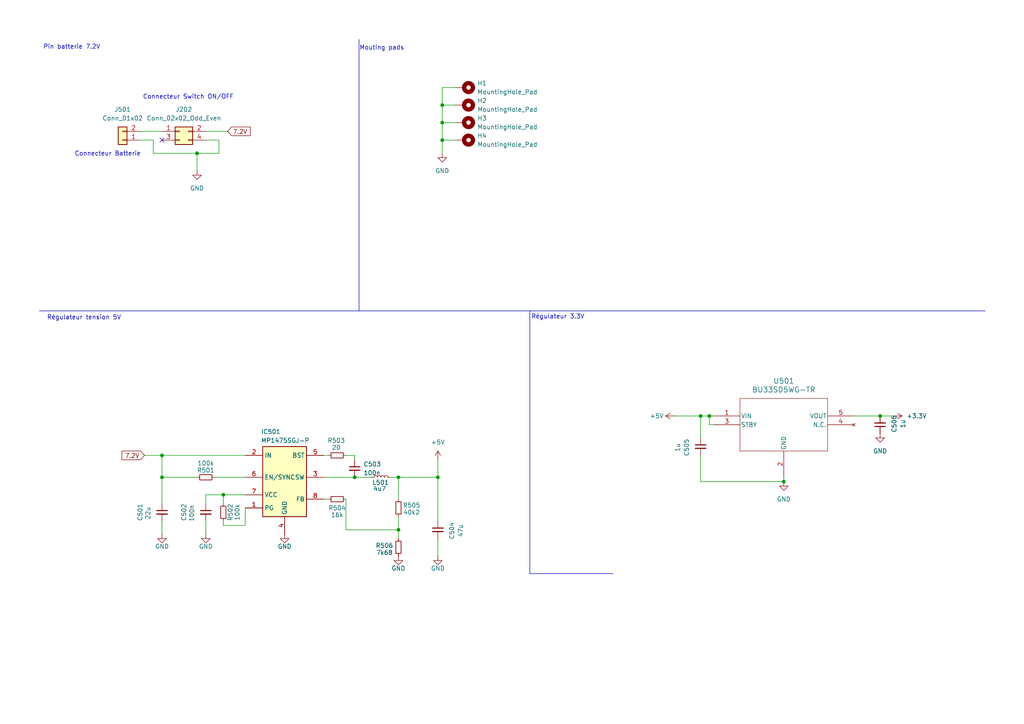
<source format=kicad_sch>
(kicad_sch
	(version 20231120)
	(generator "eeschema")
	(generator_version "8.0")
	(uuid "bf6d044f-9f23-4418-8b7e-380b7cd5f867")
	(paper "A4")
	(lib_symbols
		(symbol "2024-10-01_06-18-21:BU33SD5WG-TR"
			(pin_names
				(offset 0.254)
			)
			(exclude_from_sim no)
			(in_bom yes)
			(on_board yes)
			(property "Reference" "U2"
				(at 20.32 10.16 0)
				(effects
					(font
						(size 1.524 1.524)
					)
				)
			)
			(property "Value" "BU33SD5WG-TR"
				(at 20.32 7.62 0)
				(effects
					(font
						(size 1.524 1.524)
					)
				)
			)
			(property "Footprint" "SSOP5_ROM"
				(at 0 0 0)
				(effects
					(font
						(size 1.27 1.27)
						(italic yes)
					)
					(hide yes)
				)
			)
			(property "Datasheet" "BU33SD5WG-TR"
				(at 0 0 0)
				(effects
					(font
						(size 1.27 1.27)
						(italic yes)
					)
					(hide yes)
				)
			)
			(property "Description" ""
				(at 0 0 0)
				(effects
					(font
						(size 1.27 1.27)
					)
					(hide yes)
				)
			)
			(property "ki_locked" ""
				(at 0 0 0)
				(effects
					(font
						(size 1.27 1.27)
					)
				)
			)
			(property "ki_keywords" "BU33SD5WG-TR"
				(at 0 0 0)
				(effects
					(font
						(size 1.27 1.27)
					)
					(hide yes)
				)
			)
			(property "ki_fp_filters" "SSOP5_ROM SSOP5_ROM-M SSOP5_ROM-L"
				(at 0 0 0)
				(effects
					(font
						(size 1.27 1.27)
					)
					(hide yes)
				)
			)
			(symbol "BU33SD5WG-TR_0_1"
				(polyline
					(pts
						(xy 7.62 -10.16) (xy 33.02 -10.16)
					)
					(stroke
						(width 0.127)
						(type default)
					)
					(fill
						(type none)
					)
				)
				(polyline
					(pts
						(xy 7.62 5.08) (xy 7.62 -10.16)
					)
					(stroke
						(width 0.127)
						(type default)
					)
					(fill
						(type none)
					)
				)
				(polyline
					(pts
						(xy 33.02 -10.16) (xy 33.02 5.08)
					)
					(stroke
						(width 0.127)
						(type default)
					)
					(fill
						(type none)
					)
				)
				(polyline
					(pts
						(xy 33.02 5.08) (xy 7.62 5.08)
					)
					(stroke
						(width 0.127)
						(type default)
					)
					(fill
						(type none)
					)
				)
				(pin unspecified line
					(at 0 0 0)
					(length 7.62)
					(name "VIN"
						(effects
							(font
								(size 1.27 1.27)
							)
						)
					)
					(number "1"
						(effects
							(font
								(size 1.27 1.27)
							)
						)
					)
				)
				(pin power_out line
					(at 20.32 -17.78 90)
					(length 7.62)
					(name "GND"
						(effects
							(font
								(size 1.27 1.27)
							)
						)
					)
					(number "2"
						(effects
							(font
								(size 1.27 1.27)
							)
						)
					)
				)
				(pin unspecified line
					(at 0 -2.54 0)
					(length 7.62)
					(name "STBY"
						(effects
							(font
								(size 1.27 1.27)
							)
						)
					)
					(number "3"
						(effects
							(font
								(size 1.27 1.27)
							)
						)
					)
				)
				(pin no_connect line
					(at 40.64 -2.54 180)
					(length 7.62)
					(name "N.C."
						(effects
							(font
								(size 1.27 1.27)
							)
						)
					)
					(number "4"
						(effects
							(font
								(size 1.27 1.27)
							)
						)
					)
				)
				(pin output line
					(at 40.64 0 180)
					(length 7.62)
					(name "VOUT"
						(effects
							(font
								(size 1.27 1.27)
							)
						)
					)
					(number "5"
						(effects
							(font
								(size 1.27 1.27)
							)
						)
					)
				)
			)
		)
		(symbol "Connector_Generic:Conn_01x02"
			(pin_names
				(offset 1.016) hide)
			(exclude_from_sim no)
			(in_bom yes)
			(on_board yes)
			(property "Reference" "J"
				(at 0 2.54 0)
				(effects
					(font
						(size 1.27 1.27)
					)
				)
			)
			(property "Value" "Conn_01x02"
				(at 0 -5.08 0)
				(effects
					(font
						(size 1.27 1.27)
					)
				)
			)
			(property "Footprint" ""
				(at 0 0 0)
				(effects
					(font
						(size 1.27 1.27)
					)
					(hide yes)
				)
			)
			(property "Datasheet" "~"
				(at 0 0 0)
				(effects
					(font
						(size 1.27 1.27)
					)
					(hide yes)
				)
			)
			(property "Description" "Generic connector, single row, 01x02, script generated (kicad-library-utils/schlib/autogen/connector/)"
				(at 0 0 0)
				(effects
					(font
						(size 1.27 1.27)
					)
					(hide yes)
				)
			)
			(property "ki_keywords" "connector"
				(at 0 0 0)
				(effects
					(font
						(size 1.27 1.27)
					)
					(hide yes)
				)
			)
			(property "ki_fp_filters" "Connector*:*_1x??_*"
				(at 0 0 0)
				(effects
					(font
						(size 1.27 1.27)
					)
					(hide yes)
				)
			)
			(symbol "Conn_01x02_1_1"
				(rectangle
					(start -1.27 -2.413)
					(end 0 -2.667)
					(stroke
						(width 0.1524)
						(type default)
					)
					(fill
						(type none)
					)
				)
				(rectangle
					(start -1.27 0.127)
					(end 0 -0.127)
					(stroke
						(width 0.1524)
						(type default)
					)
					(fill
						(type none)
					)
				)
				(rectangle
					(start -1.27 1.27)
					(end 1.27 -3.81)
					(stroke
						(width 0.254)
						(type default)
					)
					(fill
						(type background)
					)
				)
				(pin passive line
					(at -5.08 0 0)
					(length 3.81)
					(name "Pin_1"
						(effects
							(font
								(size 1.27 1.27)
							)
						)
					)
					(number "1"
						(effects
							(font
								(size 1.27 1.27)
							)
						)
					)
				)
				(pin passive line
					(at -5.08 -2.54 0)
					(length 3.81)
					(name "Pin_2"
						(effects
							(font
								(size 1.27 1.27)
							)
						)
					)
					(number "2"
						(effects
							(font
								(size 1.27 1.27)
							)
						)
					)
				)
			)
		)
		(symbol "Connector_Generic:Conn_02x02_Odd_Even"
			(pin_names
				(offset 1.016) hide)
			(exclude_from_sim no)
			(in_bom yes)
			(on_board yes)
			(property "Reference" "J"
				(at 1.27 2.54 0)
				(effects
					(font
						(size 1.27 1.27)
					)
				)
			)
			(property "Value" "Conn_02x02_Odd_Even"
				(at 1.27 -5.08 0)
				(effects
					(font
						(size 1.27 1.27)
					)
				)
			)
			(property "Footprint" ""
				(at 0 0 0)
				(effects
					(font
						(size 1.27 1.27)
					)
					(hide yes)
				)
			)
			(property "Datasheet" "~"
				(at 0 0 0)
				(effects
					(font
						(size 1.27 1.27)
					)
					(hide yes)
				)
			)
			(property "Description" "Generic connector, double row, 02x02, odd/even pin numbering scheme (row 1 odd numbers, row 2 even numbers), script generated (kicad-library-utils/schlib/autogen/connector/)"
				(at 0 0 0)
				(effects
					(font
						(size 1.27 1.27)
					)
					(hide yes)
				)
			)
			(property "ki_keywords" "connector"
				(at 0 0 0)
				(effects
					(font
						(size 1.27 1.27)
					)
					(hide yes)
				)
			)
			(property "ki_fp_filters" "Connector*:*_2x??_*"
				(at 0 0 0)
				(effects
					(font
						(size 1.27 1.27)
					)
					(hide yes)
				)
			)
			(symbol "Conn_02x02_Odd_Even_1_1"
				(rectangle
					(start -1.27 -2.413)
					(end 0 -2.667)
					(stroke
						(width 0.1524)
						(type default)
					)
					(fill
						(type none)
					)
				)
				(rectangle
					(start -1.27 0.127)
					(end 0 -0.127)
					(stroke
						(width 0.1524)
						(type default)
					)
					(fill
						(type none)
					)
				)
				(rectangle
					(start -1.27 1.27)
					(end 3.81 -3.81)
					(stroke
						(width 0.254)
						(type default)
					)
					(fill
						(type background)
					)
				)
				(rectangle
					(start 3.81 -2.413)
					(end 2.54 -2.667)
					(stroke
						(width 0.1524)
						(type default)
					)
					(fill
						(type none)
					)
				)
				(rectangle
					(start 3.81 0.127)
					(end 2.54 -0.127)
					(stroke
						(width 0.1524)
						(type default)
					)
					(fill
						(type none)
					)
				)
				(pin passive line
					(at -5.08 0 0)
					(length 3.81)
					(name "Pin_1"
						(effects
							(font
								(size 1.27 1.27)
							)
						)
					)
					(number "1"
						(effects
							(font
								(size 1.27 1.27)
							)
						)
					)
				)
				(pin passive line
					(at 7.62 0 180)
					(length 3.81)
					(name "Pin_2"
						(effects
							(font
								(size 1.27 1.27)
							)
						)
					)
					(number "2"
						(effects
							(font
								(size 1.27 1.27)
							)
						)
					)
				)
				(pin passive line
					(at -5.08 -2.54 0)
					(length 3.81)
					(name "Pin_3"
						(effects
							(font
								(size 1.27 1.27)
							)
						)
					)
					(number "3"
						(effects
							(font
								(size 1.27 1.27)
							)
						)
					)
				)
				(pin passive line
					(at 7.62 -2.54 180)
					(length 3.81)
					(name "Pin_4"
						(effects
							(font
								(size 1.27 1.27)
							)
						)
					)
					(number "4"
						(effects
							(font
								(size 1.27 1.27)
							)
						)
					)
				)
			)
		)
		(symbol "Device:C_Small"
			(pin_numbers hide)
			(pin_names
				(offset 0.254) hide)
			(exclude_from_sim no)
			(in_bom yes)
			(on_board yes)
			(property "Reference" "C"
				(at 0.254 1.778 0)
				(effects
					(font
						(size 1.27 1.27)
					)
					(justify left)
				)
			)
			(property "Value" "C_Small"
				(at 0.254 -2.032 0)
				(effects
					(font
						(size 1.27 1.27)
					)
					(justify left)
				)
			)
			(property "Footprint" ""
				(at 0 0 0)
				(effects
					(font
						(size 1.27 1.27)
					)
					(hide yes)
				)
			)
			(property "Datasheet" "~"
				(at 0 0 0)
				(effects
					(font
						(size 1.27 1.27)
					)
					(hide yes)
				)
			)
			(property "Description" "Unpolarized capacitor, small symbol"
				(at 0 0 0)
				(effects
					(font
						(size 1.27 1.27)
					)
					(hide yes)
				)
			)
			(property "ki_keywords" "capacitor cap"
				(at 0 0 0)
				(effects
					(font
						(size 1.27 1.27)
					)
					(hide yes)
				)
			)
			(property "ki_fp_filters" "C_*"
				(at 0 0 0)
				(effects
					(font
						(size 1.27 1.27)
					)
					(hide yes)
				)
			)
			(symbol "C_Small_0_1"
				(polyline
					(pts
						(xy -1.524 -0.508) (xy 1.524 -0.508)
					)
					(stroke
						(width 0.3302)
						(type default)
					)
					(fill
						(type none)
					)
				)
				(polyline
					(pts
						(xy -1.524 0.508) (xy 1.524 0.508)
					)
					(stroke
						(width 0.3048)
						(type default)
					)
					(fill
						(type none)
					)
				)
			)
			(symbol "C_Small_1_1"
				(pin passive line
					(at 0 2.54 270)
					(length 2.032)
					(name "~"
						(effects
							(font
								(size 1.27 1.27)
							)
						)
					)
					(number "1"
						(effects
							(font
								(size 1.27 1.27)
							)
						)
					)
				)
				(pin passive line
					(at 0 -2.54 90)
					(length 2.032)
					(name "~"
						(effects
							(font
								(size 1.27 1.27)
							)
						)
					)
					(number "2"
						(effects
							(font
								(size 1.27 1.27)
							)
						)
					)
				)
			)
		)
		(symbol "Device:L_Small"
			(pin_numbers hide)
			(pin_names
				(offset 0.254) hide)
			(exclude_from_sim no)
			(in_bom yes)
			(on_board yes)
			(property "Reference" "L"
				(at 0.762 1.016 0)
				(effects
					(font
						(size 1.27 1.27)
					)
					(justify left)
				)
			)
			(property "Value" "L_Small"
				(at 0.762 -1.016 0)
				(effects
					(font
						(size 1.27 1.27)
					)
					(justify left)
				)
			)
			(property "Footprint" ""
				(at 0 0 0)
				(effects
					(font
						(size 1.27 1.27)
					)
					(hide yes)
				)
			)
			(property "Datasheet" "~"
				(at 0 0 0)
				(effects
					(font
						(size 1.27 1.27)
					)
					(hide yes)
				)
			)
			(property "Description" "Inductor, small symbol"
				(at 0 0 0)
				(effects
					(font
						(size 1.27 1.27)
					)
					(hide yes)
				)
			)
			(property "ki_keywords" "inductor choke coil reactor magnetic"
				(at 0 0 0)
				(effects
					(font
						(size 1.27 1.27)
					)
					(hide yes)
				)
			)
			(property "ki_fp_filters" "Choke_* *Coil* Inductor_* L_*"
				(at 0 0 0)
				(effects
					(font
						(size 1.27 1.27)
					)
					(hide yes)
				)
			)
			(symbol "L_Small_0_1"
				(arc
					(start 0 -2.032)
					(mid 0.5058 -1.524)
					(end 0 -1.016)
					(stroke
						(width 0)
						(type default)
					)
					(fill
						(type none)
					)
				)
				(arc
					(start 0 -1.016)
					(mid 0.5058 -0.508)
					(end 0 0)
					(stroke
						(width 0)
						(type default)
					)
					(fill
						(type none)
					)
				)
				(arc
					(start 0 0)
					(mid 0.5058 0.508)
					(end 0 1.016)
					(stroke
						(width 0)
						(type default)
					)
					(fill
						(type none)
					)
				)
				(arc
					(start 0 1.016)
					(mid 0.5058 1.524)
					(end 0 2.032)
					(stroke
						(width 0)
						(type default)
					)
					(fill
						(type none)
					)
				)
			)
			(symbol "L_Small_1_1"
				(pin passive line
					(at 0 2.54 270)
					(length 0.508)
					(name "~"
						(effects
							(font
								(size 1.27 1.27)
							)
						)
					)
					(number "1"
						(effects
							(font
								(size 1.27 1.27)
							)
						)
					)
				)
				(pin passive line
					(at 0 -2.54 90)
					(length 0.508)
					(name "~"
						(effects
							(font
								(size 1.27 1.27)
							)
						)
					)
					(number "2"
						(effects
							(font
								(size 1.27 1.27)
							)
						)
					)
				)
			)
		)
		(symbol "Device:R_Small"
			(pin_numbers hide)
			(pin_names
				(offset 0.254) hide)
			(exclude_from_sim no)
			(in_bom yes)
			(on_board yes)
			(property "Reference" "R"
				(at 0.762 0.508 0)
				(effects
					(font
						(size 1.27 1.27)
					)
					(justify left)
				)
			)
			(property "Value" "R_Small"
				(at 0.762 -1.016 0)
				(effects
					(font
						(size 1.27 1.27)
					)
					(justify left)
				)
			)
			(property "Footprint" ""
				(at 0 0 0)
				(effects
					(font
						(size 1.27 1.27)
					)
					(hide yes)
				)
			)
			(property "Datasheet" "~"
				(at 0 0 0)
				(effects
					(font
						(size 1.27 1.27)
					)
					(hide yes)
				)
			)
			(property "Description" "Resistor, small symbol"
				(at 0 0 0)
				(effects
					(font
						(size 1.27 1.27)
					)
					(hide yes)
				)
			)
			(property "ki_keywords" "R resistor"
				(at 0 0 0)
				(effects
					(font
						(size 1.27 1.27)
					)
					(hide yes)
				)
			)
			(property "ki_fp_filters" "R_*"
				(at 0 0 0)
				(effects
					(font
						(size 1.27 1.27)
					)
					(hide yes)
				)
			)
			(symbol "R_Small_0_1"
				(rectangle
					(start -0.762 1.778)
					(end 0.762 -1.778)
					(stroke
						(width 0.2032)
						(type default)
					)
					(fill
						(type none)
					)
				)
			)
			(symbol "R_Small_1_1"
				(pin passive line
					(at 0 2.54 270)
					(length 0.762)
					(name "~"
						(effects
							(font
								(size 1.27 1.27)
							)
						)
					)
					(number "1"
						(effects
							(font
								(size 1.27 1.27)
							)
						)
					)
				)
				(pin passive line
					(at 0 -2.54 90)
					(length 0.762)
					(name "~"
						(effects
							(font
								(size 1.27 1.27)
							)
						)
					)
					(number "2"
						(effects
							(font
								(size 1.27 1.27)
							)
						)
					)
				)
			)
		)
		(symbol "MP1475SGJ-P_1"
			(exclude_from_sim no)
			(in_bom yes)
			(on_board yes)
			(property "Reference" "IC501"
				(at 28.194 -31.242 90)
				(effects
					(font
						(size 1.27 1.27)
					)
					(justify left)
				)
			)
			(property "Value" "MP1475SGJ-P"
				(at 25.654 -31.242 90)
				(effects
					(font
						(size 1.27 1.27)
					)
					(justify left)
				)
			)
			(property "Footprint" "SOT65P280X100-8N"
				(at 26.67 -94.92 0)
				(effects
					(font
						(size 1.27 1.27)
					)
					(justify left top)
					(hide yes)
				)
			)
			(property "Datasheet" "http://media.digikey.com/pdf/Data%20Sheets/Monolithic%20Power%20PDF"
				(at 26.67 -194.92 0)
				(effects
					(font
						(size 1.27 1.27)
					)
					(justify left top)
					(hide yes)
				)
			)
			(property "Description" "Switching Voltage Regulators 3A 16V 500kHz Synch Step-Down Conv W/PG"
				(at 14.986 7.112 0)
				(effects
					(font
						(size 1.27 1.27)
					)
					(hide yes)
				)
			)
			(property "Height" "1"
				(at 26.67 -394.92 0)
				(effects
					(font
						(size 1.27 1.27)
					)
					(justify left top)
					(hide yes)
				)
			)
			(property "Farnell Part Number" ""
				(at 26.67 -494.92 0)
				(effects
					(font
						(size 1.27 1.27)
					)
					(justify left top)
					(hide yes)
				)
			)
			(property "Farnell Price/Stock" ""
				(at 26.67 -594.92 0)
				(effects
					(font
						(size 1.27 1.27)
					)
					(justify left top)
					(hide yes)
				)
			)
			(property "Manufacturer_Name" "Monolithic Power Systems (MPS)"
				(at 26.67 -694.92 0)
				(effects
					(font
						(size 1.27 1.27)
					)
					(justify left top)
					(hide yes)
				)
			)
			(property "Manufacturer_Part_Number" "MP1475SGJ-P"
				(at 26.67 -794.92 0)
				(effects
					(font
						(size 1.27 1.27)
					)
					(justify left top)
					(hide yes)
				)
			)
			(symbol "MP1475SGJ-P_1_1_1"
				(rectangle
					(start 8.89 10.16)
					(end 21.59 -10.16)
					(stroke
						(width 0.254)
						(type default)
					)
					(fill
						(type background)
					)
				)
				(pin passive line
					(at 3.81 -7.62 0)
					(length 5.08)
					(name "PG"
						(effects
							(font
								(size 1.27 1.27)
							)
						)
					)
					(number "1"
						(effects
							(font
								(size 1.27 1.27)
							)
						)
					)
				)
				(pin passive line
					(at 3.81 7.62 0)
					(length 5.08)
					(name "IN"
						(effects
							(font
								(size 1.27 1.27)
							)
						)
					)
					(number "2"
						(effects
							(font
								(size 1.27 1.27)
							)
						)
					)
				)
				(pin passive line
					(at 26.67 1.27 180)
					(length 5.08)
					(name "SW"
						(effects
							(font
								(size 1.27 1.27)
							)
						)
					)
					(number "3"
						(effects
							(font
								(size 1.27 1.27)
							)
						)
					)
				)
				(pin passive line
					(at 15.24 -15.24 90)
					(length 5.08)
					(name "GND"
						(effects
							(font
								(size 1.27 1.27)
							)
						)
					)
					(number "4"
						(effects
							(font
								(size 1.27 1.27)
							)
						)
					)
				)
				(pin passive line
					(at 26.67 7.62 180)
					(length 5.08)
					(name "BST"
						(effects
							(font
								(size 1.27 1.27)
							)
						)
					)
					(number "5"
						(effects
							(font
								(size 1.27 1.27)
							)
						)
					)
				)
				(pin passive line
					(at 3.81 1.27 0)
					(length 5.08)
					(name "EN/SYNC"
						(effects
							(font
								(size 1.27 1.27)
							)
						)
					)
					(number "6"
						(effects
							(font
								(size 1.27 1.27)
							)
						)
					)
				)
				(pin passive line
					(at 3.81 -3.81 0)
					(length 5.08)
					(name "VCC"
						(effects
							(font
								(size 1.27 1.27)
							)
						)
					)
					(number "7"
						(effects
							(font
								(size 1.27 1.27)
							)
						)
					)
				)
				(pin passive line
					(at 26.67 -5.08 180)
					(length 5.08)
					(name "FB"
						(effects
							(font
								(size 1.27 1.27)
							)
						)
					)
					(number "8"
						(effects
							(font
								(size 1.27 1.27)
							)
						)
					)
				)
			)
		)
		(symbol "Mechanical:MountingHole_Pad"
			(pin_numbers hide)
			(pin_names
				(offset 1.016) hide)
			(exclude_from_sim yes)
			(in_bom no)
			(on_board yes)
			(property "Reference" "H"
				(at 0 6.35 0)
				(effects
					(font
						(size 1.27 1.27)
					)
				)
			)
			(property "Value" "MountingHole_Pad"
				(at 0 4.445 0)
				(effects
					(font
						(size 1.27 1.27)
					)
				)
			)
			(property "Footprint" ""
				(at 0 0 0)
				(effects
					(font
						(size 1.27 1.27)
					)
					(hide yes)
				)
			)
			(property "Datasheet" "~"
				(at 0 0 0)
				(effects
					(font
						(size 1.27 1.27)
					)
					(hide yes)
				)
			)
			(property "Description" "Mounting Hole with connection"
				(at 0 0 0)
				(effects
					(font
						(size 1.27 1.27)
					)
					(hide yes)
				)
			)
			(property "ki_keywords" "mounting hole"
				(at 0 0 0)
				(effects
					(font
						(size 1.27 1.27)
					)
					(hide yes)
				)
			)
			(property "ki_fp_filters" "MountingHole*Pad*"
				(at 0 0 0)
				(effects
					(font
						(size 1.27 1.27)
					)
					(hide yes)
				)
			)
			(symbol "MountingHole_Pad_0_1"
				(circle
					(center 0 1.27)
					(radius 1.27)
					(stroke
						(width 1.27)
						(type default)
					)
					(fill
						(type none)
					)
				)
			)
			(symbol "MountingHole_Pad_1_1"
				(pin input line
					(at 0 -2.54 90)
					(length 2.54)
					(name "1"
						(effects
							(font
								(size 1.27 1.27)
							)
						)
					)
					(number "1"
						(effects
							(font
								(size 1.27 1.27)
							)
						)
					)
				)
			)
		)
		(symbol "power:+3.3V"
			(power)
			(pin_numbers hide)
			(pin_names
				(offset 0) hide)
			(exclude_from_sim no)
			(in_bom yes)
			(on_board yes)
			(property "Reference" "#PWR"
				(at 0 -3.81 0)
				(effects
					(font
						(size 1.27 1.27)
					)
					(hide yes)
				)
			)
			(property "Value" "+3.3V"
				(at 0 3.556 0)
				(effects
					(font
						(size 1.27 1.27)
					)
				)
			)
			(property "Footprint" ""
				(at 0 0 0)
				(effects
					(font
						(size 1.27 1.27)
					)
					(hide yes)
				)
			)
			(property "Datasheet" ""
				(at 0 0 0)
				(effects
					(font
						(size 1.27 1.27)
					)
					(hide yes)
				)
			)
			(property "Description" "Power symbol creates a global label with name \"+3.3V\""
				(at 0 0 0)
				(effects
					(font
						(size 1.27 1.27)
					)
					(hide yes)
				)
			)
			(property "ki_keywords" "global power"
				(at 0 0 0)
				(effects
					(font
						(size 1.27 1.27)
					)
					(hide yes)
				)
			)
			(symbol "+3.3V_0_1"
				(polyline
					(pts
						(xy -0.762 1.27) (xy 0 2.54)
					)
					(stroke
						(width 0)
						(type default)
					)
					(fill
						(type none)
					)
				)
				(polyline
					(pts
						(xy 0 0) (xy 0 2.54)
					)
					(stroke
						(width 0)
						(type default)
					)
					(fill
						(type none)
					)
				)
				(polyline
					(pts
						(xy 0 2.54) (xy 0.762 1.27)
					)
					(stroke
						(width 0)
						(type default)
					)
					(fill
						(type none)
					)
				)
			)
			(symbol "+3.3V_1_1"
				(pin power_in line
					(at 0 0 90)
					(length 0)
					(name "~"
						(effects
							(font
								(size 1.27 1.27)
							)
						)
					)
					(number "1"
						(effects
							(font
								(size 1.27 1.27)
							)
						)
					)
				)
			)
		)
		(symbol "power:+5V"
			(power)
			(pin_numbers hide)
			(pin_names
				(offset 0) hide)
			(exclude_from_sim no)
			(in_bom yes)
			(on_board yes)
			(property "Reference" "#PWR"
				(at 0 -3.81 0)
				(effects
					(font
						(size 1.27 1.27)
					)
					(hide yes)
				)
			)
			(property "Value" "+5V"
				(at 0 3.556 0)
				(effects
					(font
						(size 1.27 1.27)
					)
				)
			)
			(property "Footprint" ""
				(at 0 0 0)
				(effects
					(font
						(size 1.27 1.27)
					)
					(hide yes)
				)
			)
			(property "Datasheet" ""
				(at 0 0 0)
				(effects
					(font
						(size 1.27 1.27)
					)
					(hide yes)
				)
			)
			(property "Description" "Power symbol creates a global label with name \"+5V\""
				(at 0 0 0)
				(effects
					(font
						(size 1.27 1.27)
					)
					(hide yes)
				)
			)
			(property "ki_keywords" "global power"
				(at 0 0 0)
				(effects
					(font
						(size 1.27 1.27)
					)
					(hide yes)
				)
			)
			(symbol "+5V_0_1"
				(polyline
					(pts
						(xy -0.762 1.27) (xy 0 2.54)
					)
					(stroke
						(width 0)
						(type default)
					)
					(fill
						(type none)
					)
				)
				(polyline
					(pts
						(xy 0 0) (xy 0 2.54)
					)
					(stroke
						(width 0)
						(type default)
					)
					(fill
						(type none)
					)
				)
				(polyline
					(pts
						(xy 0 2.54) (xy 0.762 1.27)
					)
					(stroke
						(width 0)
						(type default)
					)
					(fill
						(type none)
					)
				)
			)
			(symbol "+5V_1_1"
				(pin power_in line
					(at 0 0 90)
					(length 0)
					(name "~"
						(effects
							(font
								(size 1.27 1.27)
							)
						)
					)
					(number "1"
						(effects
							(font
								(size 1.27 1.27)
							)
						)
					)
				)
			)
		)
		(symbol "power:GND"
			(power)
			(pin_numbers hide)
			(pin_names
				(offset 0) hide)
			(exclude_from_sim no)
			(in_bom yes)
			(on_board yes)
			(property "Reference" "#PWR"
				(at 0 -6.35 0)
				(effects
					(font
						(size 1.27 1.27)
					)
					(hide yes)
				)
			)
			(property "Value" "GND"
				(at 0 -3.81 0)
				(effects
					(font
						(size 1.27 1.27)
					)
				)
			)
			(property "Footprint" ""
				(at 0 0 0)
				(effects
					(font
						(size 1.27 1.27)
					)
					(hide yes)
				)
			)
			(property "Datasheet" ""
				(at 0 0 0)
				(effects
					(font
						(size 1.27 1.27)
					)
					(hide yes)
				)
			)
			(property "Description" "Power symbol creates a global label with name \"GND\" , ground"
				(at 0 0 0)
				(effects
					(font
						(size 1.27 1.27)
					)
					(hide yes)
				)
			)
			(property "ki_keywords" "global power"
				(at 0 0 0)
				(effects
					(font
						(size 1.27 1.27)
					)
					(hide yes)
				)
			)
			(symbol "GND_0_1"
				(polyline
					(pts
						(xy 0 0) (xy 0 -1.27) (xy 1.27 -1.27) (xy 0 -2.54) (xy -1.27 -1.27) (xy 0 -1.27)
					)
					(stroke
						(width 0)
						(type default)
					)
					(fill
						(type none)
					)
				)
			)
			(symbol "GND_1_1"
				(pin power_in line
					(at 0 0 270)
					(length 0)
					(name "~"
						(effects
							(font
								(size 1.27 1.27)
							)
						)
					)
					(number "1"
						(effects
							(font
								(size 1.27 1.27)
							)
						)
					)
				)
			)
		)
	)
	(junction
		(at 205.74 120.65)
		(diameter 0)
		(color 0 0 0 0)
		(uuid "057bd4a7-6bf8-4aba-a384-9f2f2dda0676")
	)
	(junction
		(at 64.77 143.51)
		(diameter 0)
		(color 0 0 0 0)
		(uuid "065ca122-4604-46ad-bd2a-e0ad5187cdbc")
	)
	(junction
		(at 128.27 30.48)
		(diameter 0)
		(color 0 0 0 0)
		(uuid "34e3d1f3-31bc-4c37-b896-3cf4949e9ca6")
	)
	(junction
		(at 203.2 120.65)
		(diameter 0)
		(color 0 0 0 0)
		(uuid "49aee44d-5224-42f6-a482-792c1366dca7")
	)
	(junction
		(at 255.27 120.65)
		(diameter 0)
		(color 0 0 0 0)
		(uuid "4ed9376a-5b9f-43ae-817d-dd339ea91a5f")
	)
	(junction
		(at 127 138.43)
		(diameter 0)
		(color 0 0 0 0)
		(uuid "4fdc199a-5b0f-46b3-80b0-6a6641845bb7")
	)
	(junction
		(at 128.27 40.64)
		(diameter 0)
		(color 0 0 0 0)
		(uuid "51d1e723-65d4-4a6c-9f8b-1f992eee511f")
	)
	(junction
		(at 46.99 132.08)
		(diameter 0)
		(color 0 0 0 0)
		(uuid "6cf4629d-53dc-4935-8cb0-a2ebda00f661")
	)
	(junction
		(at 115.57 138.43)
		(diameter 0)
		(color 0 0 0 0)
		(uuid "79a8e1c3-4095-4ff1-8a6b-b8868a7c47cc")
	)
	(junction
		(at 128.27 35.56)
		(diameter 0)
		(color 0 0 0 0)
		(uuid "850bf913-9ae0-4f46-8a01-b303ea309470")
	)
	(junction
		(at 102.87 138.43)
		(diameter 0)
		(color 0 0 0 0)
		(uuid "b3108298-89f2-431d-a551-3940786b7c08")
	)
	(junction
		(at 46.99 138.43)
		(diameter 0)
		(color 0 0 0 0)
		(uuid "c43d2f63-cc62-456c-8b45-0de0f9af9f40")
	)
	(junction
		(at 227.33 139.7)
		(diameter 0)
		(color 0 0 0 0)
		(uuid "deac4949-2536-4f7d-937b-3984af536b84")
	)
	(junction
		(at 115.57 153.67)
		(diameter 0)
		(color 0 0 0 0)
		(uuid "e0cdffee-8adf-4fb4-8039-c07d0bb555df")
	)
	(junction
		(at 57.15 44.45)
		(diameter 0)
		(color 0 0 0 0)
		(uuid "fec3dbb9-1e50-47cb-a2f7-1212c902ff85")
	)
	(no_connect
		(at 46.99 40.64)
		(uuid "ac669276-c623-4d5c-b221-ed9661f1fd8f")
	)
	(polyline
		(pts
			(xy 104.14 11.43) (xy 104.14 90.17)
		)
		(stroke
			(width 0)
			(type default)
		)
		(uuid "05784491-5ff7-48d9-8410-f0f390e9e8ee")
	)
	(wire
		(pts
			(xy 63.5 40.64) (xy 63.5 44.45)
		)
		(stroke
			(width 0)
			(type default)
		)
		(uuid "05ddb34d-b1e9-4983-83f2-6dc39a6d9c19")
	)
	(wire
		(pts
			(xy 203.2 120.65) (xy 203.2 127)
		)
		(stroke
			(width 0)
			(type default)
		)
		(uuid "07232573-53c2-4641-924a-6c8b30162184")
	)
	(wire
		(pts
			(xy 113.03 138.43) (xy 115.57 138.43)
		)
		(stroke
			(width 0)
			(type default)
		)
		(uuid "07469d5f-4051-4b10-9ca4-627fd421e1a2")
	)
	(wire
		(pts
			(xy 128.27 35.56) (xy 132.08 35.56)
		)
		(stroke
			(width 0)
			(type default)
		)
		(uuid "0af4707a-7d37-4a2a-b225-3d83db20be97")
	)
	(wire
		(pts
			(xy 100.33 153.67) (xy 100.33 144.78)
		)
		(stroke
			(width 0)
			(type default)
		)
		(uuid "0d72fc42-70a3-4beb-83e5-be197060aabc")
	)
	(wire
		(pts
			(xy 203.2 139.7) (xy 227.33 139.7)
		)
		(stroke
			(width 0)
			(type default)
		)
		(uuid "12e8dbb1-64eb-4e91-8699-2e4b35e8767e")
	)
	(polyline
		(pts
			(xy 177.8 166.37) (xy 153.67 166.37)
		)
		(stroke
			(width 0)
			(type default)
		)
		(uuid "19012869-446e-4b0e-a366-c7cf59667972")
	)
	(wire
		(pts
			(xy 203.2 132.08) (xy 203.2 139.7)
		)
		(stroke
			(width 0)
			(type default)
		)
		(uuid "1cbcd995-3f34-4d0d-851a-d173c3f40301")
	)
	(wire
		(pts
			(xy 93.98 138.43) (xy 102.87 138.43)
		)
		(stroke
			(width 0)
			(type default)
		)
		(uuid "210a39f3-b0a8-43cc-a3e1-eb3e01d580ac")
	)
	(wire
		(pts
			(xy 128.27 40.64) (xy 132.08 40.64)
		)
		(stroke
			(width 0)
			(type default)
		)
		(uuid "23555a1b-5e38-44f8-bf83-c05085a134dc")
	)
	(wire
		(pts
			(xy 255.27 120.65) (xy 259.08 120.65)
		)
		(stroke
			(width 0)
			(type default)
		)
		(uuid "28541906-2d0d-4c61-91fb-9312037c3fc9")
	)
	(wire
		(pts
			(xy 46.99 132.08) (xy 71.12 132.08)
		)
		(stroke
			(width 0)
			(type default)
		)
		(uuid "294a800c-184d-4c28-ab12-e22c42480865")
	)
	(wire
		(pts
			(xy 41.91 132.08) (xy 46.99 132.08)
		)
		(stroke
			(width 0)
			(type default)
		)
		(uuid "2db86ea4-dd7d-4a5e-bb8f-0acb50dc56d7")
	)
	(wire
		(pts
			(xy 247.65 120.65) (xy 255.27 120.65)
		)
		(stroke
			(width 0)
			(type default)
		)
		(uuid "2dfbf453-540e-4b88-8026-e5870120338c")
	)
	(wire
		(pts
			(xy 93.98 144.78) (xy 95.25 144.78)
		)
		(stroke
			(width 0)
			(type default)
		)
		(uuid "2e035037-e068-4783-8d26-a1660fc8dd09")
	)
	(wire
		(pts
			(xy 128.27 30.48) (xy 128.27 25.4)
		)
		(stroke
			(width 0)
			(type default)
		)
		(uuid "34e179d2-2fc3-4a1e-b06a-47843dc7f95c")
	)
	(wire
		(pts
			(xy 203.2 120.65) (xy 205.74 120.65)
		)
		(stroke
			(width 0)
			(type default)
		)
		(uuid "38ecd185-10ad-4620-b0b1-941bc3b076c3")
	)
	(wire
		(pts
			(xy 59.69 151.13) (xy 59.69 154.94)
		)
		(stroke
			(width 0)
			(type default)
		)
		(uuid "3a8fb815-2731-454c-b726-7cc20320c943")
	)
	(wire
		(pts
			(xy 63.5 44.45) (xy 57.15 44.45)
		)
		(stroke
			(width 0)
			(type default)
		)
		(uuid "49862d2d-2af0-4534-a699-a50b1a47864d")
	)
	(wire
		(pts
			(xy 227.33 138.43) (xy 227.33 139.7)
		)
		(stroke
			(width 0)
			(type default)
		)
		(uuid "4d53ba7f-de91-4a19-8952-0db79abb0e05")
	)
	(wire
		(pts
			(xy 44.45 40.64) (xy 44.45 44.45)
		)
		(stroke
			(width 0)
			(type default)
		)
		(uuid "50383023-4029-4694-97da-c0b2a7119249")
	)
	(wire
		(pts
			(xy 71.12 152.4) (xy 64.77 152.4)
		)
		(stroke
			(width 0)
			(type default)
		)
		(uuid "5326a8ab-0c1e-4998-b36b-e6d5221c702d")
	)
	(wire
		(pts
			(xy 127 156.21) (xy 127 161.29)
		)
		(stroke
			(width 0)
			(type default)
		)
		(uuid "74a0cd1d-6ea4-41ef-8d18-f7c6698bee4f")
	)
	(wire
		(pts
			(xy 64.77 151.13) (xy 64.77 152.4)
		)
		(stroke
			(width 0)
			(type default)
		)
		(uuid "76f4a1bc-13cd-43c3-9a39-1b43513e8449")
	)
	(wire
		(pts
			(xy 205.74 120.65) (xy 205.74 123.19)
		)
		(stroke
			(width 0)
			(type default)
		)
		(uuid "7835c203-2ed4-454a-829b-4fb7e3242485")
	)
	(wire
		(pts
			(xy 93.98 132.08) (xy 95.25 132.08)
		)
		(stroke
			(width 0)
			(type default)
		)
		(uuid "7d734806-4d9f-4b79-8829-a49641d45a12")
	)
	(wire
		(pts
			(xy 195.58 120.65) (xy 203.2 120.65)
		)
		(stroke
			(width 0)
			(type default)
		)
		(uuid "7ed1c3fe-7597-4437-a3c8-5d8ecf8c75c6")
	)
	(wire
		(pts
			(xy 102.87 132.08) (xy 102.87 133.35)
		)
		(stroke
			(width 0)
			(type default)
		)
		(uuid "83cd0e81-d3fd-4ee5-a191-624164f4f19c")
	)
	(polyline
		(pts
			(xy 11.43 90.17) (xy 285.75 90.17)
		)
		(stroke
			(width 0)
			(type default)
		)
		(uuid "8d07f746-4f92-46ad-a105-0bda886c23d3")
	)
	(wire
		(pts
			(xy 59.69 40.64) (xy 63.5 40.64)
		)
		(stroke
			(width 0)
			(type default)
		)
		(uuid "8d63f0be-83d0-403c-a931-9b5ca9c552db")
	)
	(wire
		(pts
			(xy 59.69 38.1) (xy 66.04 38.1)
		)
		(stroke
			(width 0)
			(type default)
		)
		(uuid "8dcf7283-2d8c-4ab9-88db-2cc1f6f42994")
	)
	(wire
		(pts
			(xy 115.57 153.67) (xy 115.57 156.21)
		)
		(stroke
			(width 0)
			(type default)
		)
		(uuid "9219bbb8-9169-4864-b442-a1d0fb07c96d")
	)
	(wire
		(pts
			(xy 40.64 38.1) (xy 46.99 38.1)
		)
		(stroke
			(width 0)
			(type default)
		)
		(uuid "93f5e050-197a-4333-9055-84ae06c55cb9")
	)
	(wire
		(pts
			(xy 62.23 138.43) (xy 71.12 138.43)
		)
		(stroke
			(width 0)
			(type default)
		)
		(uuid "95f00c9d-1818-4d38-96b2-6297f1a04fbc")
	)
	(wire
		(pts
			(xy 102.87 138.43) (xy 107.95 138.43)
		)
		(stroke
			(width 0)
			(type default)
		)
		(uuid "a13900e1-e2b6-413d-aeac-04132ba482bc")
	)
	(wire
		(pts
			(xy 46.99 138.43) (xy 57.15 138.43)
		)
		(stroke
			(width 0)
			(type default)
		)
		(uuid "ad601579-90ec-4ed6-9f59-fd5716628027")
	)
	(wire
		(pts
			(xy 59.69 143.51) (xy 64.77 143.51)
		)
		(stroke
			(width 0)
			(type default)
		)
		(uuid "ae745a2f-ca43-469f-be4d-45533a550518")
	)
	(wire
		(pts
			(xy 128.27 40.64) (xy 128.27 35.56)
		)
		(stroke
			(width 0)
			(type default)
		)
		(uuid "b0d975f8-03f9-417c-91bc-5039eb12eef8")
	)
	(wire
		(pts
			(xy 205.74 123.19) (xy 207.01 123.19)
		)
		(stroke
			(width 0)
			(type default)
		)
		(uuid "b3513994-a99a-48a1-a8f9-6fbdd364e72c")
	)
	(wire
		(pts
			(xy 115.57 138.43) (xy 127 138.43)
		)
		(stroke
			(width 0)
			(type default)
		)
		(uuid "b59c929d-ed0e-4c31-9943-5b2ac0f49c06")
	)
	(wire
		(pts
			(xy 100.33 132.08) (xy 102.87 132.08)
		)
		(stroke
			(width 0)
			(type default)
		)
		(uuid "bb2886bc-5306-4a6d-8284-2c99abf84f37")
	)
	(wire
		(pts
			(xy 115.57 138.43) (xy 115.57 144.78)
		)
		(stroke
			(width 0)
			(type default)
		)
		(uuid "c02b55a5-0ec8-4d18-b1c8-be41b87c2a67")
	)
	(wire
		(pts
			(xy 46.99 151.13) (xy 46.99 154.94)
		)
		(stroke
			(width 0)
			(type default)
		)
		(uuid "c9ac5969-a41e-4eef-9ded-96c1f0fcd4e2")
	)
	(wire
		(pts
			(xy 64.77 143.51) (xy 64.77 146.05)
		)
		(stroke
			(width 0)
			(type default)
		)
		(uuid "ca669759-3ad9-4d3b-92be-47ed0446cf28")
	)
	(wire
		(pts
			(xy 100.33 153.67) (xy 115.57 153.67)
		)
		(stroke
			(width 0)
			(type default)
		)
		(uuid "cac108e5-0358-4c54-a224-08d4fa2c2493")
	)
	(wire
		(pts
			(xy 64.77 143.51) (xy 71.12 143.51)
		)
		(stroke
			(width 0)
			(type default)
		)
		(uuid "ccbb1247-6435-49e4-8dff-b32f08e19851")
	)
	(wire
		(pts
			(xy 128.27 35.56) (xy 128.27 30.48)
		)
		(stroke
			(width 0)
			(type default)
		)
		(uuid "ceeb20a8-0afe-4023-8c5a-533f65ad0654")
	)
	(polyline
		(pts
			(xy 153.67 166.37) (xy 153.67 90.17)
		)
		(stroke
			(width 0)
			(type default)
		)
		(uuid "d3243caa-a63d-4acc-8c7b-dbd744501d3b")
	)
	(wire
		(pts
			(xy 128.27 30.48) (xy 132.08 30.48)
		)
		(stroke
			(width 0)
			(type default)
		)
		(uuid "d81e510c-34a9-4c3c-a100-145aea2db7fb")
	)
	(wire
		(pts
			(xy 44.45 44.45) (xy 57.15 44.45)
		)
		(stroke
			(width 0)
			(type default)
		)
		(uuid "d8d10d8f-4da1-4342-94f0-ee402e1b02f5")
	)
	(wire
		(pts
			(xy 71.12 147.32) (xy 71.12 152.4)
		)
		(stroke
			(width 0)
			(type default)
		)
		(uuid "dea0115b-be0a-462e-b162-7f503def75a6")
	)
	(wire
		(pts
			(xy 44.45 40.64) (xy 40.64 40.64)
		)
		(stroke
			(width 0)
			(type default)
		)
		(uuid "e6b91903-d50e-4e70-87c4-5689c165dee7")
	)
	(wire
		(pts
			(xy 57.15 44.45) (xy 57.15 49.53)
		)
		(stroke
			(width 0)
			(type default)
		)
		(uuid "e9b98ec2-1aa7-4e4d-9911-d04e8f84fbd0")
	)
	(wire
		(pts
			(xy 128.27 25.4) (xy 132.08 25.4)
		)
		(stroke
			(width 0)
			(type default)
		)
		(uuid "f1b40286-cf14-4e39-add0-39f23b096973")
	)
	(wire
		(pts
			(xy 128.27 44.45) (xy 128.27 40.64)
		)
		(stroke
			(width 0)
			(type default)
		)
		(uuid "f2038b24-e318-4e52-91e3-113cb68d58ce")
	)
	(wire
		(pts
			(xy 205.74 120.65) (xy 207.01 120.65)
		)
		(stroke
			(width 0)
			(type default)
		)
		(uuid "f723a21f-3787-4db3-ac39-369dd2703480")
	)
	(wire
		(pts
			(xy 127 133.35) (xy 127 138.43)
		)
		(stroke
			(width 0)
			(type default)
		)
		(uuid "f8a6cae2-c608-474a-9a46-8cd66b7e0d44")
	)
	(wire
		(pts
			(xy 46.99 132.08) (xy 46.99 138.43)
		)
		(stroke
			(width 0)
			(type default)
		)
		(uuid "fc769294-d9cc-41e8-b8ac-78adb9c5f553")
	)
	(wire
		(pts
			(xy 59.69 143.51) (xy 59.69 146.05)
		)
		(stroke
			(width 0)
			(type default)
		)
		(uuid "fcf0733d-376f-4d4c-beb3-be834726113f")
	)
	(wire
		(pts
			(xy 127 138.43) (xy 127 151.13)
		)
		(stroke
			(width 0)
			(type default)
		)
		(uuid "fd7a6b58-2927-4e79-a666-de3cd37079d4")
	)
	(wire
		(pts
			(xy 46.99 138.43) (xy 46.99 146.05)
		)
		(stroke
			(width 0)
			(type default)
		)
		(uuid "fe44fa3e-40fb-445e-810d-c4c966a653b6")
	)
	(wire
		(pts
			(xy 115.57 149.86) (xy 115.57 153.67)
		)
		(stroke
			(width 0)
			(type default)
		)
		(uuid "fec53b90-7d10-46a2-9636-a541d9e4fb2c")
	)
	(text "Pin batterie 7.2V"
		(exclude_from_sim no)
		(at 20.828 13.716 0)
		(effects
			(font
				(size 1.27 1.27)
			)
		)
		(uuid "10898823-39fa-4262-9780-51c355115cbb")
	)
	(text "Connecteur Switch ON/OFF"
		(exclude_from_sim no)
		(at 54.61 28.194 0)
		(effects
			(font
				(size 1.27 1.27)
			)
		)
		(uuid "1e5c520a-28f4-4869-9450-3bbaf374ed33")
	)
	(text "Régulateur tension 5V"
		(exclude_from_sim no)
		(at 24.384 92.202 0)
		(effects
			(font
				(size 1.27 1.27)
			)
		)
		(uuid "3cd52af9-f06a-49e4-90a5-96ceee26e68d")
	)
	(text "Connecteur Batterie"
		(exclude_from_sim no)
		(at 31.242 44.704 0)
		(effects
			(font
				(size 1.27 1.27)
			)
		)
		(uuid "41d24301-6869-4380-8700-62fdaffc513e")
	)
	(text "Mouting pads"
		(exclude_from_sim no)
		(at 110.744 13.97 0)
		(effects
			(font
				(size 1.27 1.27)
			)
		)
		(uuid "905677c6-1810-4012-b549-92060296507d")
	)
	(text "Régulateur 3.3V\n"
		(exclude_from_sim no)
		(at 161.798 91.948 0)
		(effects
			(font
				(size 1.27 1.27)
			)
		)
		(uuid "ba029e3f-66e7-40d1-b274-c5192c630597")
	)
	(global_label "7.2V"
		(shape input)
		(at 66.04 38.1 0)
		(fields_autoplaced yes)
		(effects
			(font
				(size 1.27 1.27)
			)
			(justify left)
		)
		(uuid "6633b279-6fe0-405c-ab7f-0567edf4cf07")
		(property "Intersheetrefs" "${INTERSHEET_REFS}"
			(at 73.1376 38.1 0)
			(effects
				(font
					(size 1.27 1.27)
				)
				(justify left)
				(hide yes)
			)
		)
	)
	(global_label "7.2V"
		(shape input)
		(at 41.91 132.08 180)
		(fields_autoplaced yes)
		(effects
			(font
				(size 1.27 1.27)
			)
			(justify right)
		)
		(uuid "ea19df76-15a8-4b22-b92d-02a46c410f4c")
		(property "Intersheetrefs" "${INTERSHEET_REFS}"
			(at 34.8124 132.08 0)
			(effects
				(font
					(size 1.27 1.27)
				)
				(justify right)
				(hide yes)
			)
		)
	)
	(symbol
		(lib_id "power:GND")
		(at 115.57 161.29 0)
		(unit 1)
		(exclude_from_sim no)
		(in_bom yes)
		(on_board yes)
		(dnp no)
		(uuid "04ea16cf-279f-4ac7-a691-a4de1b0bb5f3")
		(property "Reference" "#PWR0505"
			(at 115.57 167.64 0)
			(effects
				(font
					(size 1.27 1.27)
				)
				(hide yes)
			)
		)
		(property "Value" "GND"
			(at 115.57 164.846 0)
			(effects
				(font
					(size 1.27 1.27)
				)
			)
		)
		(property "Footprint" ""
			(at 115.57 161.29 0)
			(effects
				(font
					(size 1.27 1.27)
				)
				(hide yes)
			)
		)
		(property "Datasheet" ""
			(at 115.57 161.29 0)
			(effects
				(font
					(size 1.27 1.27)
				)
				(hide yes)
			)
		)
		(property "Description" "Power symbol creates a global label with name \"GND\" , ground"
			(at 115.57 161.29 0)
			(effects
				(font
					(size 1.27 1.27)
				)
				(hide yes)
			)
		)
		(pin "1"
			(uuid "8c1fc5aa-c1c9-4e71-b682-2cd8b5f137a0")
		)
		(instances
			(project "Projet_torero"
				(path "/04e1eb47-a2c4-462b-bef7-377d9515a2c0/b3b2826c-2e3c-42fe-bcd6-22fcd6249c25"
					(reference "#PWR0505")
					(unit 1)
				)
			)
		)
	)
	(symbol
		(lib_id "Device:R_Small")
		(at 115.57 147.32 0)
		(unit 1)
		(exclude_from_sim no)
		(in_bom yes)
		(on_board yes)
		(dnp no)
		(uuid "08c8a8c7-641e-47fe-a945-a6c9186293c7")
		(property "Reference" "R505"
			(at 119.38 146.558 0)
			(effects
				(font
					(size 1.27 1.27)
				)
			)
		)
		(property "Value" "40k2"
			(at 119.38 148.59 0)
			(effects
				(font
					(size 1.27 1.27)
				)
			)
		)
		(property "Footprint" "Resistor_SMD:R_0603_1608Metric"
			(at 115.57 147.32 0)
			(effects
				(font
					(size 1.27 1.27)
				)
				(hide yes)
			)
		)
		(property "Datasheet" "~"
			(at 115.57 147.32 0)
			(effects
				(font
					(size 1.27 1.27)
				)
				(hide yes)
			)
		)
		(property "Description" "Resistor, small symbol"
			(at 115.57 147.32 0)
			(effects
				(font
					(size 1.27 1.27)
				)
				(hide yes)
			)
		)
		(pin "2"
			(uuid "77c14fb8-82d5-4262-b49c-11bea6779f48")
		)
		(pin "1"
			(uuid "d27d2654-cf8c-493d-bd27-2398598a2a9a")
		)
		(instances
			(project "Projet_torero"
				(path "/04e1eb47-a2c4-462b-bef7-377d9515a2c0/b3b2826c-2e3c-42fe-bcd6-22fcd6249c25"
					(reference "R505")
					(unit 1)
				)
			)
		)
	)
	(symbol
		(lib_id "power:GND")
		(at 82.55 154.94 0)
		(unit 1)
		(exclude_from_sim no)
		(in_bom yes)
		(on_board yes)
		(dnp no)
		(uuid "0e2f4177-3b88-4f2c-b0a4-2790f3d2f031")
		(property "Reference" "#PWR0504"
			(at 82.55 161.29 0)
			(effects
				(font
					(size 1.27 1.27)
				)
				(hide yes)
			)
		)
		(property "Value" "GND"
			(at 82.55 158.496 0)
			(effects
				(font
					(size 1.27 1.27)
				)
			)
		)
		(property "Footprint" ""
			(at 82.55 154.94 0)
			(effects
				(font
					(size 1.27 1.27)
				)
				(hide yes)
			)
		)
		(property "Datasheet" ""
			(at 82.55 154.94 0)
			(effects
				(font
					(size 1.27 1.27)
				)
				(hide yes)
			)
		)
		(property "Description" "Power symbol creates a global label with name \"GND\" , ground"
			(at 82.55 154.94 0)
			(effects
				(font
					(size 1.27 1.27)
				)
				(hide yes)
			)
		)
		(pin "1"
			(uuid "cb7c43d4-a439-4102-a542-5bb69fc0d96f")
		)
		(instances
			(project "Projet_torero"
				(path "/04e1eb47-a2c4-462b-bef7-377d9515a2c0/b3b2826c-2e3c-42fe-bcd6-22fcd6249c25"
					(reference "#PWR0504")
					(unit 1)
				)
			)
		)
	)
	(symbol
		(lib_id "Device:C_Small")
		(at 59.69 148.59 0)
		(unit 1)
		(exclude_from_sim no)
		(in_bom yes)
		(on_board yes)
		(dnp no)
		(uuid "11f50931-7d9a-4241-8a7b-4cbc45181c24")
		(property "Reference" "C502"
			(at 53.34 148.59 90)
			(effects
				(font
					(size 1.27 1.27)
				)
			)
		)
		(property "Value" "100n"
			(at 55.626 148.844 90)
			(effects
				(font
					(size 1.27 1.27)
				)
			)
		)
		(property "Footprint" "Capacitor_SMD:C_0402_1005Metric"
			(at 59.69 148.59 0)
			(effects
				(font
					(size 1.27 1.27)
				)
				(hide yes)
			)
		)
		(property "Datasheet" "~"
			(at 59.69 148.59 0)
			(effects
				(font
					(size 1.27 1.27)
				)
				(hide yes)
			)
		)
		(property "Description" "Unpolarized capacitor, small symbol"
			(at 59.69 148.59 0)
			(effects
				(font
					(size 1.27 1.27)
				)
				(hide yes)
			)
		)
		(pin "1"
			(uuid "66a7fbed-ea5b-45ab-8f7d-4b07a5c92b2a")
		)
		(pin "2"
			(uuid "20099457-c18e-4e79-b85b-d8f6a9d5a056")
		)
		(instances
			(project "Projet_torero"
				(path "/04e1eb47-a2c4-462b-bef7-377d9515a2c0/b3b2826c-2e3c-42fe-bcd6-22fcd6249c25"
					(reference "C502")
					(unit 1)
				)
			)
		)
	)
	(symbol
		(lib_id "power:+3.3V")
		(at 259.08 120.65 270)
		(unit 1)
		(exclude_from_sim no)
		(in_bom yes)
		(on_board yes)
		(dnp no)
		(fields_autoplaced yes)
		(uuid "127747bf-95b1-4700-abf8-6e7dfa37230d")
		(property "Reference" "#PWR0511"
			(at 255.27 120.65 0)
			(effects
				(font
					(size 1.27 1.27)
				)
				(hide yes)
			)
		)
		(property "Value" "+3.3V"
			(at 262.89 120.6499 90)
			(effects
				(font
					(size 1.27 1.27)
				)
				(justify left)
			)
		)
		(property "Footprint" ""
			(at 259.08 120.65 0)
			(effects
				(font
					(size 1.27 1.27)
				)
				(hide yes)
			)
		)
		(property "Datasheet" ""
			(at 259.08 120.65 0)
			(effects
				(font
					(size 1.27 1.27)
				)
				(hide yes)
			)
		)
		(property "Description" "Power symbol creates a global label with name \"+3.3V\""
			(at 259.08 120.65 0)
			(effects
				(font
					(size 1.27 1.27)
				)
				(hide yes)
			)
		)
		(pin "1"
			(uuid "89d6ca19-7d8d-4c98-aba0-5d2a3e557c03")
		)
		(instances
			(project ""
				(path "/04e1eb47-a2c4-462b-bef7-377d9515a2c0/b3b2826c-2e3c-42fe-bcd6-22fcd6249c25"
					(reference "#PWR0511")
					(unit 1)
				)
			)
		)
	)
	(symbol
		(lib_id "Device:C_Small")
		(at 46.99 148.59 0)
		(unit 1)
		(exclude_from_sim no)
		(in_bom yes)
		(on_board yes)
		(dnp no)
		(uuid "15ee6570-d84c-47ac-8d95-cac105a214f6")
		(property "Reference" "C501"
			(at 40.64 148.59 90)
			(effects
				(font
					(size 1.27 1.27)
				)
			)
		)
		(property "Value" "22u"
			(at 42.926 148.844 90)
			(effects
				(font
					(size 1.27 1.27)
				)
			)
		)
		(property "Footprint" "Capacitor_SMD:C_0805_2012Metric_Pad1.18x1.45mm_HandSolder"
			(at 46.99 148.59 0)
			(effects
				(font
					(size 1.27 1.27)
				)
				(hide yes)
			)
		)
		(property "Datasheet" "~"
			(at 46.99 148.59 0)
			(effects
				(font
					(size 1.27 1.27)
				)
				(hide yes)
			)
		)
		(property "Description" "Unpolarized capacitor, small symbol"
			(at 46.99 148.59 0)
			(effects
				(font
					(size 1.27 1.27)
				)
				(hide yes)
			)
		)
		(pin "1"
			(uuid "13ef1d32-2f41-4a24-a41d-00081a600337")
		)
		(pin "2"
			(uuid "75d656e4-7cf8-409e-b268-04194d09d8ab")
		)
		(instances
			(project "Projet_torero"
				(path "/04e1eb47-a2c4-462b-bef7-377d9515a2c0/b3b2826c-2e3c-42fe-bcd6-22fcd6249c25"
					(reference "C501")
					(unit 1)
				)
			)
		)
	)
	(symbol
		(lib_id "Device:C_Small")
		(at 102.87 135.89 0)
		(unit 1)
		(exclude_from_sim no)
		(in_bom yes)
		(on_board yes)
		(dnp no)
		(fields_autoplaced yes)
		(uuid "273f6e76-85b8-439e-9837-b6d15b6f490c")
		(property "Reference" "C503"
			(at 105.41 134.6262 0)
			(effects
				(font
					(size 1.27 1.27)
				)
				(justify left)
			)
		)
		(property "Value" "100n"
			(at 105.41 137.1662 0)
			(effects
				(font
					(size 1.27 1.27)
				)
				(justify left)
			)
		)
		(property "Footprint" "Capacitor_SMD:C_0402_1005Metric"
			(at 102.87 135.89 0)
			(effects
				(font
					(size 1.27 1.27)
				)
				(hide yes)
			)
		)
		(property "Datasheet" "~"
			(at 102.87 135.89 0)
			(effects
				(font
					(size 1.27 1.27)
				)
				(hide yes)
			)
		)
		(property "Description" "Unpolarized capacitor, small symbol"
			(at 102.87 135.89 0)
			(effects
				(font
					(size 1.27 1.27)
				)
				(hide yes)
			)
		)
		(pin "1"
			(uuid "5c361466-0900-4f30-a2f3-a0d79a208dc0")
		)
		(pin "2"
			(uuid "8366e717-e7f0-4156-a84f-66800545bc4b")
		)
		(instances
			(project "Projet_torero"
				(path "/04e1eb47-a2c4-462b-bef7-377d9515a2c0/b3b2826c-2e3c-42fe-bcd6-22fcd6249c25"
					(reference "C503")
					(unit 1)
				)
			)
		)
	)
	(symbol
		(lib_id "power:GND")
		(at 255.27 125.73 0)
		(unit 1)
		(exclude_from_sim no)
		(in_bom yes)
		(on_board yes)
		(dnp no)
		(fields_autoplaced yes)
		(uuid "39eabe02-68a2-4dab-bf9e-525244a39075")
		(property "Reference" "#PWR0510"
			(at 255.27 132.08 0)
			(effects
				(font
					(size 1.27 1.27)
				)
				(hide yes)
			)
		)
		(property "Value" "GND"
			(at 255.27 130.81 0)
			(effects
				(font
					(size 1.27 1.27)
				)
			)
		)
		(property "Footprint" ""
			(at 255.27 125.73 0)
			(effects
				(font
					(size 1.27 1.27)
				)
				(hide yes)
			)
		)
		(property "Datasheet" ""
			(at 255.27 125.73 0)
			(effects
				(font
					(size 1.27 1.27)
				)
				(hide yes)
			)
		)
		(property "Description" "Power symbol creates a global label with name \"GND\" , ground"
			(at 255.27 125.73 0)
			(effects
				(font
					(size 1.27 1.27)
				)
				(hide yes)
			)
		)
		(pin "1"
			(uuid "bc437e7c-1acf-4a63-9a6f-b04729a9ad68")
		)
		(instances
			(project "Projet_torero"
				(path "/04e1eb47-a2c4-462b-bef7-377d9515a2c0/b3b2826c-2e3c-42fe-bcd6-22fcd6249c25"
					(reference "#PWR0510")
					(unit 1)
				)
			)
		)
	)
	(symbol
		(lib_id "2024-10-01_06-18-21:BU33SD5WG-TR")
		(at 207.01 120.65 0)
		(unit 1)
		(exclude_from_sim no)
		(in_bom yes)
		(on_board yes)
		(dnp no)
		(fields_autoplaced yes)
		(uuid "462b719b-6671-45b1-af9d-80012f0b8e57")
		(property "Reference" "U501"
			(at 227.33 110.49 0)
			(effects
				(font
					(size 1.524 1.524)
				)
			)
		)
		(property "Value" "BU33SD5WG-TR"
			(at 227.33 113.03 0)
			(effects
				(font
					(size 1.524 1.524)
				)
			)
		)
		(property "Footprint" "BU33:SOT95P280X125-5N"
			(at 207.01 120.65 0)
			(effects
				(font
					(size 1.27 1.27)
					(italic yes)
				)
				(hide yes)
			)
		)
		(property "Datasheet" "BU33SD5WG-TR"
			(at 207.01 120.65 0)
			(effects
				(font
					(size 1.27 1.27)
					(italic yes)
				)
				(hide yes)
			)
		)
		(property "Description" ""
			(at 207.01 120.65 0)
			(effects
				(font
					(size 1.27 1.27)
				)
				(hide yes)
			)
		)
		(pin "4"
			(uuid "03ec291c-2d5a-45c3-8985-2a314c7d6f83")
		)
		(pin "5"
			(uuid "e1d8a97f-93b9-443d-9763-3bd96f257d5b")
		)
		(pin "2"
			(uuid "7a523e70-d37e-4c34-b9d4-7ee645709fe0")
		)
		(pin "3"
			(uuid "cf8db61b-c676-423a-a46d-e3aa119a0ece")
		)
		(pin "1"
			(uuid "ae05744a-ac81-4f07-a80b-76264421bb66")
		)
		(instances
			(project ""
				(path "/04e1eb47-a2c4-462b-bef7-377d9515a2c0/b3b2826c-2e3c-42fe-bcd6-22fcd6249c25"
					(reference "U501")
					(unit 1)
				)
			)
		)
	)
	(symbol
		(lib_id "power:GND")
		(at 127 161.29 0)
		(unit 1)
		(exclude_from_sim no)
		(in_bom yes)
		(on_board yes)
		(dnp no)
		(uuid "4859d393-f183-4487-a993-26d0adab532a")
		(property "Reference" "#PWR0507"
			(at 127 167.64 0)
			(effects
				(font
					(size 1.27 1.27)
				)
				(hide yes)
			)
		)
		(property "Value" "GND"
			(at 127 164.846 0)
			(effects
				(font
					(size 1.27 1.27)
				)
			)
		)
		(property "Footprint" ""
			(at 127 161.29 0)
			(effects
				(font
					(size 1.27 1.27)
				)
				(hide yes)
			)
		)
		(property "Datasheet" ""
			(at 127 161.29 0)
			(effects
				(font
					(size 1.27 1.27)
				)
				(hide yes)
			)
		)
		(property "Description" "Power symbol creates a global label with name \"GND\" , ground"
			(at 127 161.29 0)
			(effects
				(font
					(size 1.27 1.27)
				)
				(hide yes)
			)
		)
		(pin "1"
			(uuid "ad69aeb4-2614-4d98-97ec-eedf4d2dac41")
		)
		(instances
			(project "Projet_torero"
				(path "/04e1eb47-a2c4-462b-bef7-377d9515a2c0/b3b2826c-2e3c-42fe-bcd6-22fcd6249c25"
					(reference "#PWR0507")
					(unit 1)
				)
			)
		)
	)
	(symbol
		(lib_id "Device:L_Small")
		(at 110.49 138.43 90)
		(unit 1)
		(exclude_from_sim no)
		(in_bom yes)
		(on_board yes)
		(dnp no)
		(uuid "48769b1f-9e73-450a-9083-70dc7d5d7fa9")
		(property "Reference" "L501"
			(at 107.95 139.954 90)
			(effects
				(font
					(size 1.27 1.27)
				)
				(justify right)
			)
		)
		(property "Value" "4u7"
			(at 108.204 141.732 90)
			(effects
				(font
					(size 1.27 1.27)
				)
				(justify right)
			)
		)
		(property "Footprint" "Inductor_SMD:L_0603_1608Metric_Pad1.05x0.95mm_HandSolder"
			(at 110.49 138.43 0)
			(effects
				(font
					(size 1.27 1.27)
				)
				(hide yes)
			)
		)
		(property "Datasheet" "~"
			(at 110.49 138.43 0)
			(effects
				(font
					(size 1.27 1.27)
				)
				(hide yes)
			)
		)
		(property "Description" "Inductor, small symbol"
			(at 110.49 138.43 0)
			(effects
				(font
					(size 1.27 1.27)
				)
				(hide yes)
			)
		)
		(pin "1"
			(uuid "c5d39a2c-5e06-4a37-b586-4372dba646df")
		)
		(pin "2"
			(uuid "c44ba6cc-976c-49b8-8377-0f86519e4d69")
		)
		(instances
			(project "Projet_torero"
				(path "/04e1eb47-a2c4-462b-bef7-377d9515a2c0/b3b2826c-2e3c-42fe-bcd6-22fcd6249c25"
					(reference "L501")
					(unit 1)
				)
			)
		)
	)
	(symbol
		(lib_name "MP1475SGJ-P_1")
		(lib_id "MP1475SGJ-P:MP1475SGJ-P")
		(at 67.31 139.7 0)
		(unit 1)
		(exclude_from_sim no)
		(in_bom yes)
		(on_board yes)
		(dnp no)
		(uuid "51650214-bb24-452c-aa89-4940fdc17f1c")
		(property "Reference" "IC501"
			(at 75.692 125.222 0)
			(effects
				(font
					(size 1.27 1.27)
				)
				(justify left)
			)
		)
		(property "Value" "MP1475SGJ-P"
			(at 75.692 127.762 0)
			(effects
				(font
					(size 1.27 1.27)
				)
				(justify left)
			)
		)
		(property "Footprint" "Mp:SOT65P280X100-8N"
			(at 93.98 234.62 0)
			(effects
				(font
					(size 1.27 1.27)
				)
				(justify left top)
				(hide yes)
			)
		)
		(property "Datasheet" "http://media.digikey.com/pdf/Data%20Sheets/Monolithic%20Power%20PDF"
			(at 93.98 334.62 0)
			(effects
				(font
					(size 1.27 1.27)
				)
				(justify left top)
				(hide yes)
			)
		)
		(property "Description" "Switching Voltage Regulators 3A 16V 500kHz Synch Step-Down Conv W/PG"
			(at 82.296 132.588 0)
			(effects
				(font
					(size 1.27 1.27)
				)
				(hide yes)
			)
		)
		(property "Height" "1"
			(at 93.98 534.62 0)
			(effects
				(font
					(size 1.27 1.27)
				)
				(justify left top)
				(hide yes)
			)
		)
		(property "Farnell Part Number" ""
			(at 93.98 634.62 0)
			(effects
				(font
					(size 1.27 1.27)
				)
				(justify left top)
				(hide yes)
			)
		)
		(property "Farnell Price/Stock" ""
			(at 93.98 734.62 0)
			(effects
				(font
					(size 1.27 1.27)
				)
				(justify left top)
				(hide yes)
			)
		)
		(property "Manufacturer_Name" "Monolithic Power Systems (MPS)"
			(at 93.98 834.62 0)
			(effects
				(font
					(size 1.27 1.27)
				)
				(justify left top)
				(hide yes)
			)
		)
		(property "Manufacturer_Part_Number" "MP1475SGJ-P"
			(at 93.98 934.62 0)
			(effects
				(font
					(size 1.27 1.27)
				)
				(justify left top)
				(hide yes)
			)
		)
		(pin "8"
			(uuid "40a09736-228f-4813-a86d-628f9562d3f3")
		)
		(pin "6"
			(uuid "225874f0-8e15-47bc-97d6-ccaef1a86678")
		)
		(pin "5"
			(uuid "44047911-5182-4328-9c46-84125cb4450c")
		)
		(pin "7"
			(uuid "4318c3b2-12ff-4f9f-88e9-7f9bcaa4c6d0")
		)
		(pin "2"
			(uuid "bca12ef3-91c9-4b0f-be2b-5a9fedd37763")
		)
		(pin "1"
			(uuid "de8ec37f-a946-48d2-ae1c-081248cf00f8")
		)
		(pin "4"
			(uuid "bbc1708f-c813-420f-a2f9-eeb7e442620b")
		)
		(pin "3"
			(uuid "621156ea-72f3-438d-9c12-da8baac205a3")
		)
		(instances
			(project "Projet_torero"
				(path "/04e1eb47-a2c4-462b-bef7-377d9515a2c0/b3b2826c-2e3c-42fe-bcd6-22fcd6249c25"
					(reference "IC501")
					(unit 1)
				)
			)
		)
	)
	(symbol
		(lib_id "Device:R_Small")
		(at 64.77 148.59 0)
		(unit 1)
		(exclude_from_sim no)
		(in_bom yes)
		(on_board yes)
		(dnp no)
		(uuid "5e34cce6-0c24-4c77-9a67-264cc68c41d9")
		(property "Reference" "R502"
			(at 66.802 148.59 90)
			(effects
				(font
					(size 1.27 1.27)
				)
			)
		)
		(property "Value" "100k"
			(at 68.834 148.59 90)
			(effects
				(font
					(size 1.27 1.27)
				)
			)
		)
		(property "Footprint" "Resistor_SMD:R_0603_1608Metric"
			(at 64.77 148.59 0)
			(effects
				(font
					(size 1.27 1.27)
				)
				(hide yes)
			)
		)
		(property "Datasheet" "~"
			(at 64.77 148.59 0)
			(effects
				(font
					(size 1.27 1.27)
				)
				(hide yes)
			)
		)
		(property "Description" "Resistor, small symbol"
			(at 64.77 148.59 0)
			(effects
				(font
					(size 1.27 1.27)
				)
				(hide yes)
			)
		)
		(pin "2"
			(uuid "e19dff44-28bd-4e01-8b00-2cca967ff603")
		)
		(pin "1"
			(uuid "9d60abd7-06e7-4d4e-aa65-cec95d509520")
		)
		(instances
			(project "Projet_torero"
				(path "/04e1eb47-a2c4-462b-bef7-377d9515a2c0/b3b2826c-2e3c-42fe-bcd6-22fcd6249c25"
					(reference "R502")
					(unit 1)
				)
			)
		)
	)
	(symbol
		(lib_id "Device:C_Small")
		(at 203.2 129.54 0)
		(unit 1)
		(exclude_from_sim no)
		(in_bom yes)
		(on_board yes)
		(dnp no)
		(uuid "63874b3b-a920-4575-b5af-06a9e24e54b9")
		(property "Reference" "C505"
			(at 199.136 129.794 90)
			(effects
				(font
					(size 1.27 1.27)
				)
			)
		)
		(property "Value" "1u"
			(at 196.596 129.794 90)
			(effects
				(font
					(size 1.27 1.27)
				)
			)
		)
		(property "Footprint" "Capacitor_SMD:C_0603_1608Metric"
			(at 203.2 129.54 0)
			(effects
				(font
					(size 1.27 1.27)
				)
				(hide yes)
			)
		)
		(property "Datasheet" "~"
			(at 203.2 129.54 0)
			(effects
				(font
					(size 1.27 1.27)
				)
				(hide yes)
			)
		)
		(property "Description" "Unpolarized capacitor, small symbol"
			(at 203.2 129.54 0)
			(effects
				(font
					(size 1.27 1.27)
				)
				(hide yes)
			)
		)
		(pin "1"
			(uuid "6092f652-134d-4cba-a745-f666ac92336e")
		)
		(pin "2"
			(uuid "057652cd-46bd-450a-99b7-8b746392a721")
		)
		(instances
			(project "Projet_torero"
				(path "/04e1eb47-a2c4-462b-bef7-377d9515a2c0/b3b2826c-2e3c-42fe-bcd6-22fcd6249c25"
					(reference "C505")
					(unit 1)
				)
			)
		)
	)
	(symbol
		(lib_id "Mechanical:MountingHole_Pad")
		(at 134.62 25.4 270)
		(unit 1)
		(exclude_from_sim yes)
		(in_bom no)
		(on_board yes)
		(dnp no)
		(fields_autoplaced yes)
		(uuid "67aee660-9400-4dea-b674-e23b3d984865")
		(property "Reference" "H1"
			(at 138.43 24.1299 90)
			(effects
				(font
					(size 1.27 1.27)
				)
				(justify left)
			)
		)
		(property "Value" "MountingHole_Pad"
			(at 138.43 26.6699 90)
			(effects
				(font
					(size 1.27 1.27)
				)
				(justify left)
			)
		)
		(property "Footprint" "MountingHole:MountingHole_3.2mm_M3_Pad_Via"
			(at 134.62 25.4 0)
			(effects
				(font
					(size 1.27 1.27)
				)
				(hide yes)
			)
		)
		(property "Datasheet" "~"
			(at 134.62 25.4 0)
			(effects
				(font
					(size 1.27 1.27)
				)
				(hide yes)
			)
		)
		(property "Description" "Mounting Hole with connection"
			(at 134.62 25.4 0)
			(effects
				(font
					(size 1.27 1.27)
				)
				(hide yes)
			)
		)
		(pin "1"
			(uuid "33dadfdb-8c8a-433c-ad0a-c7b0fb8b7e04")
		)
		(instances
			(project ""
				(path "/04e1eb47-a2c4-462b-bef7-377d9515a2c0/b3b2826c-2e3c-42fe-bcd6-22fcd6249c25"
					(reference "H1")
					(unit 1)
				)
			)
		)
	)
	(symbol
		(lib_id "power:GND")
		(at 59.69 154.94 0)
		(unit 1)
		(exclude_from_sim no)
		(in_bom yes)
		(on_board yes)
		(dnp no)
		(uuid "68a57619-097d-49bf-b7f1-75f92d562bf1")
		(property "Reference" "#PWR0502"
			(at 59.69 161.29 0)
			(effects
				(font
					(size 1.27 1.27)
				)
				(hide yes)
			)
		)
		(property "Value" "GND"
			(at 59.69 158.496 0)
			(effects
				(font
					(size 1.27 1.27)
				)
			)
		)
		(property "Footprint" ""
			(at 59.69 154.94 0)
			(effects
				(font
					(size 1.27 1.27)
				)
				(hide yes)
			)
		)
		(property "Datasheet" ""
			(at 59.69 154.94 0)
			(effects
				(font
					(size 1.27 1.27)
				)
				(hide yes)
			)
		)
		(property "Description" "Power symbol creates a global label with name \"GND\" , ground"
			(at 59.69 154.94 0)
			(effects
				(font
					(size 1.27 1.27)
				)
				(hide yes)
			)
		)
		(pin "1"
			(uuid "996aa349-a584-4e73-9fb1-19fb6b82fbc1")
		)
		(instances
			(project "Projet_torero"
				(path "/04e1eb47-a2c4-462b-bef7-377d9515a2c0/b3b2826c-2e3c-42fe-bcd6-22fcd6249c25"
					(reference "#PWR0502")
					(unit 1)
				)
			)
		)
	)
	(symbol
		(lib_id "Mechanical:MountingHole_Pad")
		(at 134.62 40.64 270)
		(unit 1)
		(exclude_from_sim yes)
		(in_bom no)
		(on_board yes)
		(dnp no)
		(fields_autoplaced yes)
		(uuid "6e9b76c3-037e-43fd-8d9f-7fdff7bc15d3")
		(property "Reference" "H4"
			(at 138.43 39.3699 90)
			(effects
				(font
					(size 1.27 1.27)
				)
				(justify left)
			)
		)
		(property "Value" "MountingHole_Pad"
			(at 138.43 41.9099 90)
			(effects
				(font
					(size 1.27 1.27)
				)
				(justify left)
			)
		)
		(property "Footprint" "MountingHole:MountingHole_3.2mm_M3_Pad_Via"
			(at 134.62 40.64 0)
			(effects
				(font
					(size 1.27 1.27)
				)
				(hide yes)
			)
		)
		(property "Datasheet" "~"
			(at 134.62 40.64 0)
			(effects
				(font
					(size 1.27 1.27)
				)
				(hide yes)
			)
		)
		(property "Description" "Mounting Hole with connection"
			(at 134.62 40.64 0)
			(effects
				(font
					(size 1.27 1.27)
				)
				(hide yes)
			)
		)
		(pin "1"
			(uuid "17b66241-7bec-4914-851e-280a1ebfbd8a")
		)
		(instances
			(project "Projet_torero"
				(path "/04e1eb47-a2c4-462b-bef7-377d9515a2c0/b3b2826c-2e3c-42fe-bcd6-22fcd6249c25"
					(reference "H4")
					(unit 1)
				)
			)
		)
	)
	(symbol
		(lib_id "Mechanical:MountingHole_Pad")
		(at 134.62 30.48 270)
		(unit 1)
		(exclude_from_sim yes)
		(in_bom no)
		(on_board yes)
		(dnp no)
		(fields_autoplaced yes)
		(uuid "7492a3c1-fa82-4d83-82bc-076008daa08f")
		(property "Reference" "H2"
			(at 138.43 29.2099 90)
			(effects
				(font
					(size 1.27 1.27)
				)
				(justify left)
			)
		)
		(property "Value" "MountingHole_Pad"
			(at 138.43 31.7499 90)
			(effects
				(font
					(size 1.27 1.27)
				)
				(justify left)
			)
		)
		(property "Footprint" "MountingHole:MountingHole_3.2mm_M3_Pad_Via"
			(at 134.62 30.48 0)
			(effects
				(font
					(size 1.27 1.27)
				)
				(hide yes)
			)
		)
		(property "Datasheet" "~"
			(at 134.62 30.48 0)
			(effects
				(font
					(size 1.27 1.27)
				)
				(hide yes)
			)
		)
		(property "Description" "Mounting Hole with connection"
			(at 134.62 30.48 0)
			(effects
				(font
					(size 1.27 1.27)
				)
				(hide yes)
			)
		)
		(pin "1"
			(uuid "c4e8cd99-a6f9-4884-af2b-dbcaecac1e54")
		)
		(instances
			(project "Projet_torero"
				(path "/04e1eb47-a2c4-462b-bef7-377d9515a2c0/b3b2826c-2e3c-42fe-bcd6-22fcd6249c25"
					(reference "H2")
					(unit 1)
				)
			)
		)
	)
	(symbol
		(lib_id "Connector_Generic:Conn_02x02_Odd_Even")
		(at 52.07 38.1 0)
		(unit 1)
		(exclude_from_sim no)
		(in_bom yes)
		(on_board yes)
		(dnp no)
		(fields_autoplaced yes)
		(uuid "8524ec9a-1c11-495b-a901-61d5557ad3bc")
		(property "Reference" "J202"
			(at 53.34 31.75 0)
			(effects
				(font
					(size 1.27 1.27)
				)
			)
		)
		(property "Value" "Conn_02x02_Odd_Even"
			(at 53.34 34.29 0)
			(effects
				(font
					(size 1.27 1.27)
				)
			)
		)
		(property "Footprint" ""
			(at 52.07 38.1 0)
			(effects
				(font
					(size 1.27 1.27)
				)
				(hide yes)
			)
		)
		(property "Datasheet" "~"
			(at 52.07 38.1 0)
			(effects
				(font
					(size 1.27 1.27)
				)
				(hide yes)
			)
		)
		(property "Description" "Generic connector, double row, 02x02, odd/even pin numbering scheme (row 1 odd numbers, row 2 even numbers), script generated (kicad-library-utils/schlib/autogen/connector/)"
			(at 52.07 38.1 0)
			(effects
				(font
					(size 1.27 1.27)
				)
				(hide yes)
			)
		)
		(pin "3"
			(uuid "3f27a790-6aa3-461e-9efa-d722d0e21ad9")
		)
		(pin "4"
			(uuid "5d855d8e-c31b-4a42-ba83-5359f0ceea1a")
		)
		(pin "2"
			(uuid "f659984c-e488-4895-8afd-5d253455b2c3")
		)
		(pin "1"
			(uuid "7e53b9c0-4eb6-42f6-9482-91099cf7b931")
		)
		(instances
			(project ""
				(path "/04e1eb47-a2c4-462b-bef7-377d9515a2c0/b3b2826c-2e3c-42fe-bcd6-22fcd6249c25"
					(reference "J202")
					(unit 1)
				)
			)
		)
	)
	(symbol
		(lib_id "power:GND")
		(at 57.15 49.53 0)
		(unit 1)
		(exclude_from_sim no)
		(in_bom yes)
		(on_board yes)
		(dnp no)
		(fields_autoplaced yes)
		(uuid "8c84e742-27ae-4de2-8231-b246a9244b87")
		(property "Reference" "#PWR0503"
			(at 57.15 55.88 0)
			(effects
				(font
					(size 1.27 1.27)
				)
				(hide yes)
			)
		)
		(property "Value" "GND"
			(at 57.15 54.61 0)
			(effects
				(font
					(size 1.27 1.27)
				)
			)
		)
		(property "Footprint" ""
			(at 57.15 49.53 0)
			(effects
				(font
					(size 1.27 1.27)
				)
				(hide yes)
			)
		)
		(property "Datasheet" ""
			(at 57.15 49.53 0)
			(effects
				(font
					(size 1.27 1.27)
				)
				(hide yes)
			)
		)
		(property "Description" "Power symbol creates a global label with name \"GND\" , ground"
			(at 57.15 49.53 0)
			(effects
				(font
					(size 1.27 1.27)
				)
				(hide yes)
			)
		)
		(pin "1"
			(uuid "e7f5171c-cde4-4285-9880-ed2978083246")
		)
		(instances
			(project ""
				(path "/04e1eb47-a2c4-462b-bef7-377d9515a2c0/b3b2826c-2e3c-42fe-bcd6-22fcd6249c25"
					(reference "#PWR0503")
					(unit 1)
				)
			)
		)
	)
	(symbol
		(lib_id "Connector_Generic:Conn_01x02")
		(at 35.56 40.64 180)
		(unit 1)
		(exclude_from_sim no)
		(in_bom yes)
		(on_board yes)
		(dnp no)
		(fields_autoplaced yes)
		(uuid "929a62c1-20ae-41a3-a86f-aebecbef34de")
		(property "Reference" "J501"
			(at 35.56 31.75 0)
			(effects
				(font
					(size 1.27 1.27)
				)
			)
		)
		(property "Value" "Conn_01x02"
			(at 35.56 34.29 0)
			(effects
				(font
					(size 1.27 1.27)
				)
			)
		)
		(property "Footprint" "Connector_JST:JST_XH_S2B-XH-A_1x02_P2.50mm_Horizontal"
			(at 35.56 40.64 0)
			(effects
				(font
					(size 1.27 1.27)
				)
				(hide yes)
			)
		)
		(property "Datasheet" "~"
			(at 35.56 40.64 0)
			(effects
				(font
					(size 1.27 1.27)
				)
				(hide yes)
			)
		)
		(property "Description" "Generic connector, single row, 01x02, script generated (kicad-library-utils/schlib/autogen/connector/)"
			(at 35.56 40.64 0)
			(effects
				(font
					(size 1.27 1.27)
				)
				(hide yes)
			)
		)
		(pin "1"
			(uuid "378c6e3b-1fce-40a4-8f6e-6868b5b47a2b")
		)
		(pin "2"
			(uuid "e0429cd7-a827-4ea7-9329-6cedd07fa107")
		)
		(instances
			(project ""
				(path "/04e1eb47-a2c4-462b-bef7-377d9515a2c0/b3b2826c-2e3c-42fe-bcd6-22fcd6249c25"
					(reference "J501")
					(unit 1)
				)
			)
		)
	)
	(symbol
		(lib_id "Device:R_Small")
		(at 59.69 138.43 90)
		(unit 1)
		(exclude_from_sim no)
		(in_bom yes)
		(on_board yes)
		(dnp no)
		(uuid "9341b2e0-b378-421c-9e24-7ce78a604421")
		(property "Reference" "R501"
			(at 59.69 136.398 90)
			(effects
				(font
					(size 1.27 1.27)
				)
			)
		)
		(property "Value" "100k"
			(at 59.69 134.366 90)
			(effects
				(font
					(size 1.27 1.27)
				)
			)
		)
		(property "Footprint" "Resistor_SMD:R_0603_1608Metric"
			(at 59.69 138.43 0)
			(effects
				(font
					(size 1.27 1.27)
				)
				(hide yes)
			)
		)
		(property "Datasheet" "~"
			(at 59.69 138.43 0)
			(effects
				(font
					(size 1.27 1.27)
				)
				(hide yes)
			)
		)
		(property "Description" "Resistor, small symbol"
			(at 59.69 138.43 0)
			(effects
				(font
					(size 1.27 1.27)
				)
				(hide yes)
			)
		)
		(pin "2"
			(uuid "bbf78077-8a88-483b-a13f-464b8665e64d")
		)
		(pin "1"
			(uuid "a2e4e051-43b6-41f8-af3c-c535357c27ae")
		)
		(instances
			(project "Projet_torero"
				(path "/04e1eb47-a2c4-462b-bef7-377d9515a2c0/b3b2826c-2e3c-42fe-bcd6-22fcd6249c25"
					(reference "R501")
					(unit 1)
				)
			)
		)
	)
	(symbol
		(lib_id "Device:R_Small")
		(at 97.79 132.08 270)
		(unit 1)
		(exclude_from_sim no)
		(in_bom yes)
		(on_board yes)
		(dnp no)
		(uuid "9a9dbe78-a40d-4dd8-80b9-df51083a5cd0")
		(property "Reference" "R503"
			(at 97.536 127.762 90)
			(effects
				(font
					(size 1.27 1.27)
				)
			)
		)
		(property "Value" "20"
			(at 97.536 129.794 90)
			(effects
				(font
					(size 1.27 1.27)
				)
			)
		)
		(property "Footprint" "Resistor_SMD:R_0603_1608Metric"
			(at 97.79 132.08 0)
			(effects
				(font
					(size 1.27 1.27)
				)
				(hide yes)
			)
		)
		(property "Datasheet" "~"
			(at 97.79 132.08 0)
			(effects
				(font
					(size 1.27 1.27)
				)
				(hide yes)
			)
		)
		(property "Description" "Resistor, small symbol"
			(at 97.79 132.08 0)
			(effects
				(font
					(size 1.27 1.27)
				)
				(hide yes)
			)
		)
		(pin "2"
			(uuid "c3ddab15-be3d-41d0-990f-af61f668c245")
		)
		(pin "1"
			(uuid "44034562-7f25-468f-95a4-a76e55dc5532")
		)
		(instances
			(project "Projet_torero"
				(path "/04e1eb47-a2c4-462b-bef7-377d9515a2c0/b3b2826c-2e3c-42fe-bcd6-22fcd6249c25"
					(reference "R503")
					(unit 1)
				)
			)
		)
	)
	(symbol
		(lib_id "Device:R_Small")
		(at 115.57 158.75 0)
		(unit 1)
		(exclude_from_sim no)
		(in_bom yes)
		(on_board yes)
		(dnp no)
		(uuid "b19a8114-3394-4bfe-8c38-9a0e7c0e64a0")
		(property "Reference" "R506"
			(at 111.506 158.242 0)
			(effects
				(font
					(size 1.27 1.27)
				)
			)
		)
		(property "Value" "7k68"
			(at 111.506 160.274 0)
			(effects
				(font
					(size 1.27 1.27)
				)
			)
		)
		(property "Footprint" "Resistor_SMD:R_0603_1608Metric"
			(at 115.57 158.75 0)
			(effects
				(font
					(size 1.27 1.27)
				)
				(hide yes)
			)
		)
		(property "Datasheet" "~"
			(at 115.57 158.75 0)
			(effects
				(font
					(size 1.27 1.27)
				)
				(hide yes)
			)
		)
		(property "Description" "Resistor, small symbol"
			(at 115.57 158.75 0)
			(effects
				(font
					(size 1.27 1.27)
				)
				(hide yes)
			)
		)
		(pin "2"
			(uuid "67728f28-414d-470d-afdf-3842000e68f4")
		)
		(pin "1"
			(uuid "3ae84eb8-73f3-4d29-aab2-d48ae0af1ef4")
		)
		(instances
			(project "Projet_torero"
				(path "/04e1eb47-a2c4-462b-bef7-377d9515a2c0/b3b2826c-2e3c-42fe-bcd6-22fcd6249c25"
					(reference "R506")
					(unit 1)
				)
			)
		)
	)
	(symbol
		(lib_id "power:+5V")
		(at 127 133.35 0)
		(unit 1)
		(exclude_from_sim no)
		(in_bom yes)
		(on_board yes)
		(dnp no)
		(fields_autoplaced yes)
		(uuid "be805314-f67f-4422-b095-dfc4c2b31f5f")
		(property "Reference" "#PWR0506"
			(at 127 137.16 0)
			(effects
				(font
					(size 1.27 1.27)
				)
				(hide yes)
			)
		)
		(property "Value" "+5V"
			(at 127 128.27 0)
			(effects
				(font
					(size 1.27 1.27)
				)
			)
		)
		(property "Footprint" ""
			(at 127 133.35 0)
			(effects
				(font
					(size 1.27 1.27)
				)
				(hide yes)
			)
		)
		(property "Datasheet" ""
			(at 127 133.35 0)
			(effects
				(font
					(size 1.27 1.27)
				)
				(hide yes)
			)
		)
		(property "Description" "Power symbol creates a global label with name \"+5V\""
			(at 127 133.35 0)
			(effects
				(font
					(size 1.27 1.27)
				)
				(hide yes)
			)
		)
		(pin "1"
			(uuid "4613d62f-759a-4658-a413-debe81531727")
		)
		(instances
			(project "Projet_torero"
				(path "/04e1eb47-a2c4-462b-bef7-377d9515a2c0/b3b2826c-2e3c-42fe-bcd6-22fcd6249c25"
					(reference "#PWR0506")
					(unit 1)
				)
			)
		)
	)
	(symbol
		(lib_id "Device:R_Small")
		(at 97.79 144.78 270)
		(unit 1)
		(exclude_from_sim no)
		(in_bom yes)
		(on_board yes)
		(dnp no)
		(uuid "c82394b3-49a5-4524-80b7-8062266a1140")
		(property "Reference" "R504"
			(at 97.79 147.32 90)
			(effects
				(font
					(size 1.27 1.27)
				)
			)
		)
		(property "Value" "16k"
			(at 97.79 149.352 90)
			(effects
				(font
					(size 1.27 1.27)
				)
			)
		)
		(property "Footprint" "Resistor_SMD:R_0603_1608Metric"
			(at 97.79 144.78 0)
			(effects
				(font
					(size 1.27 1.27)
				)
				(hide yes)
			)
		)
		(property "Datasheet" "~"
			(at 97.79 144.78 0)
			(effects
				(font
					(size 1.27 1.27)
				)
				(hide yes)
			)
		)
		(property "Description" "Resistor, small symbol"
			(at 97.79 144.78 0)
			(effects
				(font
					(size 1.27 1.27)
				)
				(hide yes)
			)
		)
		(pin "2"
			(uuid "449f8449-50c7-40c5-baa2-e6f8d7351292")
		)
		(pin "1"
			(uuid "5a2be3d4-997e-44aa-a56d-8d17273e9eee")
		)
		(instances
			(project "Projet_torero"
				(path "/04e1eb47-a2c4-462b-bef7-377d9515a2c0/b3b2826c-2e3c-42fe-bcd6-22fcd6249c25"
					(reference "R504")
					(unit 1)
				)
			)
		)
	)
	(symbol
		(lib_id "power:GND")
		(at 46.99 154.94 0)
		(unit 1)
		(exclude_from_sim no)
		(in_bom yes)
		(on_board yes)
		(dnp no)
		(uuid "dba62952-a209-409f-9cc1-c367140f5666")
		(property "Reference" "#PWR0501"
			(at 46.99 161.29 0)
			(effects
				(font
					(size 1.27 1.27)
				)
				(hide yes)
			)
		)
		(property "Value" "GND"
			(at 46.99 158.496 0)
			(effects
				(font
					(size 1.27 1.27)
				)
			)
		)
		(property "Footprint" ""
			(at 46.99 154.94 0)
			(effects
				(font
					(size 1.27 1.27)
				)
				(hide yes)
			)
		)
		(property "Datasheet" ""
			(at 46.99 154.94 0)
			(effects
				(font
					(size 1.27 1.27)
				)
				(hide yes)
			)
		)
		(property "Description" "Power symbol creates a global label with name \"GND\" , ground"
			(at 46.99 154.94 0)
			(effects
				(font
					(size 1.27 1.27)
				)
				(hide yes)
			)
		)
		(pin "1"
			(uuid "cb8532fc-3e73-4f28-a8b6-c4d875817fd5")
		)
		(instances
			(project "Projet_torero"
				(path "/04e1eb47-a2c4-462b-bef7-377d9515a2c0/b3b2826c-2e3c-42fe-bcd6-22fcd6249c25"
					(reference "#PWR0501")
					(unit 1)
				)
			)
		)
	)
	(symbol
		(lib_id "Device:C_Small")
		(at 255.27 123.19 180)
		(unit 1)
		(exclude_from_sim no)
		(in_bom yes)
		(on_board yes)
		(dnp no)
		(uuid "dd4c23d2-d506-4e9f-9302-775b3f39c891")
		(property "Reference" "C506"
			(at 259.334 122.936 90)
			(effects
				(font
					(size 1.27 1.27)
				)
			)
		)
		(property "Value" "1u"
			(at 261.874 122.936 90)
			(effects
				(font
					(size 1.27 1.27)
				)
			)
		)
		(property "Footprint" "Capacitor_SMD:C_0603_1608Metric"
			(at 255.27 123.19 0)
			(effects
				(font
					(size 1.27 1.27)
				)
				(hide yes)
			)
		)
		(property "Datasheet" "~"
			(at 255.27 123.19 0)
			(effects
				(font
					(size 1.27 1.27)
				)
				(hide yes)
			)
		)
		(property "Description" "Unpolarized capacitor, small symbol"
			(at 255.27 123.19 0)
			(effects
				(font
					(size 1.27 1.27)
				)
				(hide yes)
			)
		)
		(pin "1"
			(uuid "e1562ac2-6f03-4d5e-b0a2-09a26b6b3f88")
		)
		(pin "2"
			(uuid "f353dd05-f1e5-40ec-a16e-6e2672411800")
		)
		(instances
			(project "Projet_torero"
				(path "/04e1eb47-a2c4-462b-bef7-377d9515a2c0/b3b2826c-2e3c-42fe-bcd6-22fcd6249c25"
					(reference "C506")
					(unit 1)
				)
			)
		)
	)
	(symbol
		(lib_id "Device:C_Small")
		(at 127 153.67 0)
		(mirror y)
		(unit 1)
		(exclude_from_sim no)
		(in_bom yes)
		(on_board yes)
		(dnp no)
		(uuid "e1146027-3fce-43d1-8db1-867c8b11034b")
		(property "Reference" "C504"
			(at 131.064 153.924 90)
			(effects
				(font
					(size 1.27 1.27)
				)
			)
		)
		(property "Value" "47u"
			(at 133.604 153.924 90)
			(effects
				(font
					(size 1.27 1.27)
				)
			)
		)
		(property "Footprint" "Capacitor_SMD:C_0603_1608Metric_Pad1.08x0.95mm_HandSolder"
			(at 127 153.67 0)
			(effects
				(font
					(size 1.27 1.27)
				)
				(hide yes)
			)
		)
		(property "Datasheet" "~"
			(at 127 153.67 0)
			(effects
				(font
					(size 1.27 1.27)
				)
				(hide yes)
			)
		)
		(property "Description" "Unpolarized capacitor, small symbol"
			(at 127 153.67 0)
			(effects
				(font
					(size 1.27 1.27)
				)
				(hide yes)
			)
		)
		(pin "1"
			(uuid "b7c2f525-afd6-43b0-b6e6-10091a54bb3d")
		)
		(pin "2"
			(uuid "c0c40c03-ec3e-478e-a66e-e2b8e0ae3a19")
		)
		(instances
			(project "Projet_torero"
				(path "/04e1eb47-a2c4-462b-bef7-377d9515a2c0/b3b2826c-2e3c-42fe-bcd6-22fcd6249c25"
					(reference "C504")
					(unit 1)
				)
			)
		)
	)
	(symbol
		(lib_id "power:GND")
		(at 128.27 44.45 0)
		(unit 1)
		(exclude_from_sim no)
		(in_bom yes)
		(on_board yes)
		(dnp no)
		(fields_autoplaced yes)
		(uuid "e514e6cb-6ee6-405b-a275-978536cd69a1")
		(property "Reference" "#PWR01"
			(at 128.27 50.8 0)
			(effects
				(font
					(size 1.27 1.27)
				)
				(hide yes)
			)
		)
		(property "Value" "GND"
			(at 128.27 49.53 0)
			(effects
				(font
					(size 1.27 1.27)
				)
			)
		)
		(property "Footprint" ""
			(at 128.27 44.45 0)
			(effects
				(font
					(size 1.27 1.27)
				)
				(hide yes)
			)
		)
		(property "Datasheet" ""
			(at 128.27 44.45 0)
			(effects
				(font
					(size 1.27 1.27)
				)
				(hide yes)
			)
		)
		(property "Description" "Power symbol creates a global label with name \"GND\" , ground"
			(at 128.27 44.45 0)
			(effects
				(font
					(size 1.27 1.27)
				)
				(hide yes)
			)
		)
		(pin "1"
			(uuid "bc1b9946-9548-4f16-92f4-541f85652eaa")
		)
		(instances
			(project ""
				(path "/04e1eb47-a2c4-462b-bef7-377d9515a2c0/b3b2826c-2e3c-42fe-bcd6-22fcd6249c25"
					(reference "#PWR01")
					(unit 1)
				)
			)
		)
	)
	(symbol
		(lib_id "Mechanical:MountingHole_Pad")
		(at 134.62 35.56 270)
		(unit 1)
		(exclude_from_sim yes)
		(in_bom no)
		(on_board yes)
		(dnp no)
		(fields_autoplaced yes)
		(uuid "ea4b277d-c234-4440-81d2-2ed2f7298505")
		(property "Reference" "H3"
			(at 138.43 34.2899 90)
			(effects
				(font
					(size 1.27 1.27)
				)
				(justify left)
			)
		)
		(property "Value" "MountingHole_Pad"
			(at 138.43 36.8299 90)
			(effects
				(font
					(size 1.27 1.27)
				)
				(justify left)
			)
		)
		(property "Footprint" "MountingHole:MountingHole_3.2mm_M3_Pad_Via"
			(at 134.62 35.56 0)
			(effects
				(font
					(size 1.27 1.27)
				)
				(hide yes)
			)
		)
		(property "Datasheet" "~"
			(at 134.62 35.56 0)
			(effects
				(font
					(size 1.27 1.27)
				)
				(hide yes)
			)
		)
		(property "Description" "Mounting Hole with connection"
			(at 134.62 35.56 0)
			(effects
				(font
					(size 1.27 1.27)
				)
				(hide yes)
			)
		)
		(pin "1"
			(uuid "075d4d09-5537-4e23-bb5b-e1ed143fc1a9")
		)
		(instances
			(project "Projet_torero"
				(path "/04e1eb47-a2c4-462b-bef7-377d9515a2c0/b3b2826c-2e3c-42fe-bcd6-22fcd6249c25"
					(reference "H3")
					(unit 1)
				)
			)
		)
	)
	(symbol
		(lib_id "power:GND")
		(at 227.33 139.7 0)
		(unit 1)
		(exclude_from_sim no)
		(in_bom yes)
		(on_board yes)
		(dnp no)
		(fields_autoplaced yes)
		(uuid "ea56f3a5-b2f0-4637-9c9e-5a9570b92909")
		(property "Reference" "#PWR0509"
			(at 227.33 146.05 0)
			(effects
				(font
					(size 1.27 1.27)
				)
				(hide yes)
			)
		)
		(property "Value" "GND"
			(at 227.33 144.78 0)
			(effects
				(font
					(size 1.27 1.27)
				)
			)
		)
		(property "Footprint" ""
			(at 227.33 139.7 0)
			(effects
				(font
					(size 1.27 1.27)
				)
				(hide yes)
			)
		)
		(property "Datasheet" ""
			(at 227.33 139.7 0)
			(effects
				(font
					(size 1.27 1.27)
				)
				(hide yes)
			)
		)
		(property "Description" "Power symbol creates a global label with name \"GND\" , ground"
			(at 227.33 139.7 0)
			(effects
				(font
					(size 1.27 1.27)
				)
				(hide yes)
			)
		)
		(pin "1"
			(uuid "319a428f-4dbf-4470-b9a4-201cea48c43c")
		)
		(instances
			(project ""
				(path "/04e1eb47-a2c4-462b-bef7-377d9515a2c0/b3b2826c-2e3c-42fe-bcd6-22fcd6249c25"
					(reference "#PWR0509")
					(unit 1)
				)
			)
		)
	)
	(symbol
		(lib_id "power:+5V")
		(at 195.58 120.65 90)
		(unit 1)
		(exclude_from_sim no)
		(in_bom yes)
		(on_board yes)
		(dnp no)
		(uuid "f305b78f-ab20-4cd2-b076-614805e9764f")
		(property "Reference" "#PWR0508"
			(at 199.39 120.65 0)
			(effects
				(font
					(size 1.27 1.27)
				)
				(hide yes)
			)
		)
		(property "Value" "+5V"
			(at 192.532 120.65 90)
			(effects
				(font
					(size 1.27 1.27)
				)
				(justify left)
			)
		)
		(property "Footprint" ""
			(at 195.58 120.65 0)
			(effects
				(font
					(size 1.27 1.27)
				)
				(hide yes)
			)
		)
		(property "Datasheet" ""
			(at 195.58 120.65 0)
			(effects
				(font
					(size 1.27 1.27)
				)
				(hide yes)
			)
		)
		(property "Description" "Power symbol creates a global label with name \"+5V\""
			(at 195.58 120.65 0)
			(effects
				(font
					(size 1.27 1.27)
				)
				(hide yes)
			)
		)
		(pin "1"
			(uuid "358e19c0-4c6e-4109-a39d-6afd31a8b0b5")
		)
		(instances
			(project "Projet_torero"
				(path "/04e1eb47-a2c4-462b-bef7-377d9515a2c0/b3b2826c-2e3c-42fe-bcd6-22fcd6249c25"
					(reference "#PWR0508")
					(unit 1)
				)
			)
		)
	)
)

</source>
